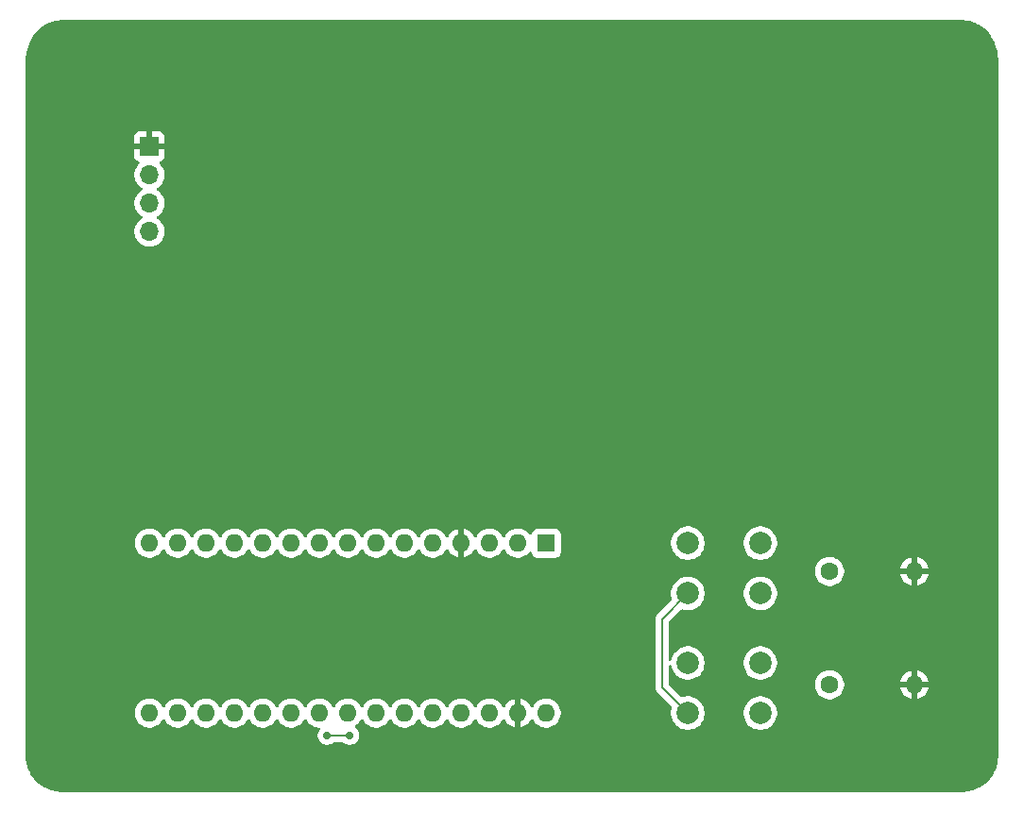
<source format=gbr>
%TF.GenerationSoftware,KiCad,Pcbnew,9.0.0*%
%TF.CreationDate,2025-05-12T01:14:56+07:00*%
%TF.ProjectId,bittheater,62697474-6865-4617-9465-722e6b696361,rev?*%
%TF.SameCoordinates,Original*%
%TF.FileFunction,Copper,L4,Bot*%
%TF.FilePolarity,Positive*%
%FSLAX46Y46*%
G04 Gerber Fmt 4.6, Leading zero omitted, Abs format (unit mm)*
G04 Created by KiCad (PCBNEW 9.0.0) date 2025-05-12 01:14:56*
%MOMM*%
%LPD*%
G01*
G04 APERTURE LIST*
%TA.AperFunction,ComponentPad*%
%ADD10C,2.000000*%
%TD*%
%TA.AperFunction,ComponentPad*%
%ADD11R,1.600000X1.600000*%
%TD*%
%TA.AperFunction,ComponentPad*%
%ADD12O,1.600000X1.600000*%
%TD*%
%TA.AperFunction,ComponentPad*%
%ADD13C,1.600000*%
%TD*%
%TA.AperFunction,ComponentPad*%
%ADD14R,1.700000X1.700000*%
%TD*%
%TA.AperFunction,ComponentPad*%
%ADD15O,1.700000X1.700000*%
%TD*%
%TA.AperFunction,ViaPad*%
%ADD16C,0.700000*%
%TD*%
%TA.AperFunction,Conductor*%
%ADD17C,0.200000*%
%TD*%
G04 APERTURE END LIST*
D10*
%TO.P,SELECT,1,1*%
%TO.N,Net-(A1-D4)*%
X147320000Y-111760000D03*
X153820000Y-111760000D03*
%TO.P,SELECT,2,2*%
%TO.N,+5V*%
X147320000Y-116260000D03*
X153820000Y-116260000D03*
%TD*%
D11*
%TO.P,NANO,1,D1/TX*%
%TO.N,unconnected-(A1-D1{slash}TX-Pad1)*%
X134620000Y-111760000D03*
D12*
%TO.P,NANO,2,D0/RX*%
%TO.N,unconnected-(A1-D0{slash}RX-Pad2)*%
X132080000Y-111760000D03*
%TO.P,NANO,3,~{RESET}*%
%TO.N,unconnected-(A1-~{RESET}-Pad3)*%
X129540000Y-111760000D03*
%TO.P,NANO,4,GND*%
%TO.N,GND*%
X127000000Y-111760000D03*
%TO.P,NANO,5,D2*%
%TO.N,unconnected-(A1-D2-Pad5)*%
X124460000Y-111760000D03*
%TO.P,NANO,6,D3*%
%TO.N,unconnected-(A1-D3-Pad6)*%
X121920000Y-111760000D03*
%TO.P,NANO,7,D4*%
%TO.N,Net-(A1-D4)*%
X119380000Y-111760000D03*
%TO.P,NANO,8,D5*%
%TO.N,Net-(A1-D5)*%
X116840000Y-111760000D03*
%TO.P,NANO,9,D6*%
%TO.N,unconnected-(A1-D6-Pad9)*%
X114300000Y-111760000D03*
%TO.P,NANO,10,D7*%
%TO.N,unconnected-(A1-D7-Pad10)*%
X111760000Y-111760000D03*
%TO.P,NANO,11,D8*%
%TO.N,unconnected-(A1-D8-Pad11)*%
X109220000Y-111760000D03*
%TO.P,NANO,12,D9*%
%TO.N,unconnected-(A1-D9-Pad12)*%
X106680000Y-111760000D03*
%TO.P,NANO,13,D10*%
%TO.N,unconnected-(A1-D10-Pad13)*%
X104140000Y-111760000D03*
%TO.P,NANO,14,D11*%
%TO.N,unconnected-(A1-D11-Pad14)*%
X101600000Y-111760000D03*
%TO.P,NANO,15,D12*%
%TO.N,unconnected-(A1-D12-Pad15)*%
X99060000Y-111760000D03*
%TO.P,NANO,16,D13*%
%TO.N,unconnected-(A1-D13-Pad16)*%
X99060000Y-127000000D03*
%TO.P,NANO,17,3V3*%
%TO.N,unconnected-(A1-3V3-Pad17)*%
X101600000Y-127000000D03*
%TO.P,NANO,18,AREF*%
%TO.N,unconnected-(A1-AREF-Pad18)*%
X104140000Y-127000000D03*
%TO.P,NANO,19,A0*%
%TO.N,unconnected-(A1-A0-Pad19)*%
X106680000Y-127000000D03*
%TO.P,NANO,20,A1*%
%TO.N,unconnected-(A1-A1-Pad20)*%
X109220000Y-127000000D03*
%TO.P,NANO,21,A2*%
%TO.N,unconnected-(A1-A2-Pad21)*%
X111760000Y-127000000D03*
%TO.P,NANO,22,A3*%
%TO.N,unconnected-(A1-A3-Pad22)*%
X114300000Y-127000000D03*
%TO.P,NANO,23,A4*%
%TO.N,Net-(A1-A4)*%
X116840000Y-127000000D03*
%TO.P,NANO,24,A5*%
%TO.N,Net-(A1-A5)*%
X119380000Y-127000000D03*
%TO.P,NANO,25,A6*%
%TO.N,unconnected-(A1-A6-Pad25)*%
X121920000Y-127000000D03*
%TO.P,NANO,26,A7*%
%TO.N,unconnected-(A1-A7-Pad26)*%
X124460000Y-127000000D03*
%TO.P,NANO,27,+5V*%
%TO.N,+5V*%
X127000000Y-127000000D03*
%TO.P,NANO,28,~{RESET}*%
%TO.N,unconnected-(A1-~{RESET}-Pad28)*%
X129540000Y-127000000D03*
%TO.P,NANO,29,GND*%
%TO.N,GND*%
X132080000Y-127000000D03*
%TO.P,NANO,30,VIN*%
%TO.N,unconnected-(A1-VIN-Pad30)*%
X134620000Y-127000000D03*
%TD*%
D13*
%TO.P,10K,1*%
%TO.N,Net-(A1-D5)*%
X160020000Y-124460000D03*
D12*
%TO.P,10K,2*%
%TO.N,GND*%
X167640000Y-124460000D03*
%TD*%
D13*
%TO.P,10K,1*%
%TO.N,Net-(A1-D4)*%
X160020000Y-114300000D03*
D12*
%TO.P,10K,2*%
%TO.N,GND*%
X167640000Y-114300000D03*
%TD*%
D14*
%TO.P,I2C Pins,1,GND*%
%TO.N,GND*%
X99060000Y-76200000D03*
D15*
%TO.P,I2C Pins,2,VCC*%
%TO.N,+5V*%
X99060000Y-78740000D03*
%TO.P,I2C Pins,3,SDA*%
%TO.N,Net-(A1-A4)*%
X99060000Y-81280000D03*
%TO.P,I2C Pins,4,SCL*%
%TO.N,Net-(A1-A5)*%
X99060000Y-83820000D03*
%TD*%
D10*
%TO.P,START,1,1*%
%TO.N,Net-(A1-D5)*%
X147320000Y-122500000D03*
X153820000Y-122500000D03*
%TO.P,START,2,2*%
%TO.N,+5V*%
X147320000Y-127000000D03*
X153820000Y-127000000D03*
%TD*%
D16*
%TO.N,Net-(A1-A5)*%
X115000000Y-129000000D03*
X117000000Y-129000000D03*
%TD*%
D17*
%TO.N,Net-(A1-A5)*%
X117000000Y-129000000D02*
X115000000Y-129000000D01*
%TO.N,+5V*%
X145000000Y-124680000D02*
X145000000Y-118580000D01*
X147320000Y-127000000D02*
X145000000Y-124680000D01*
X145000000Y-118580000D02*
X147320000Y-116260000D01*
%TD*%
%TA.AperFunction,Conductor*%
%TO.N,GND*%
G36*
X171596096Y-64850526D02*
G01*
X171601729Y-64850642D01*
X171815009Y-64855051D01*
X171820240Y-64855271D01*
X172022269Y-64868089D01*
X172027691Y-64868554D01*
X172219833Y-64889314D01*
X172225431Y-64890048D01*
X172407671Y-64918228D01*
X172413435Y-64919261D01*
X172587160Y-64954600D01*
X172593033Y-64955944D01*
X172749790Y-64995850D01*
X172758699Y-64998476D01*
X172954626Y-65064327D01*
X173072015Y-65103781D01*
X173083979Y-65108506D01*
X173148068Y-65137745D01*
X173361902Y-65235302D01*
X173373599Y-65241412D01*
X173627298Y-65391604D01*
X173638394Y-65399006D01*
X173871164Y-65573089D01*
X173881349Y-65581592D01*
X174023494Y-65713805D01*
X174095713Y-65780977D01*
X174104761Y-65790325D01*
X174302193Y-66016970D01*
X174309967Y-66026866D01*
X174490845Y-66282878D01*
X174497305Y-66293035D01*
X174521147Y-66334873D01*
X174660846Y-66580018D01*
X174666036Y-66590188D01*
X174810438Y-66908527D01*
X174814459Y-66918524D01*
X174936988Y-67266091D01*
X174939970Y-67275802D01*
X175037112Y-67645462D01*
X175039196Y-67654861D01*
X175106992Y-68028859D01*
X175108298Y-68037990D01*
X175143444Y-68371746D01*
X175144017Y-68379544D01*
X175149391Y-68507872D01*
X175149500Y-68513060D01*
X175149500Y-130563643D01*
X175149474Y-130566176D01*
X175144940Y-130788120D01*
X175144723Y-130793345D01*
X175131878Y-130998238D01*
X175131420Y-131003649D01*
X175131420Y-131003650D01*
X175110608Y-131198499D01*
X175109885Y-131204070D01*
X175081655Y-131388709D01*
X175080643Y-131394425D01*
X175045245Y-131570371D01*
X175043926Y-131576197D01*
X175002036Y-131742528D01*
X175000390Y-131748441D01*
X174951822Y-131907577D01*
X174949839Y-131913531D01*
X174898353Y-132055978D01*
X174894739Y-132064883D01*
X174764850Y-132352370D01*
X174758801Y-132364060D01*
X174609212Y-132619044D01*
X174601857Y-132630166D01*
X174428903Y-132863367D01*
X174420417Y-132873611D01*
X174222860Y-133087613D01*
X174213497Y-133096739D01*
X173989496Y-133293141D01*
X173979548Y-133301001D01*
X173727136Y-133480268D01*
X173716891Y-133486813D01*
X173434543Y-133648277D01*
X173424257Y-133653539D01*
X173111758Y-133795444D01*
X173101621Y-133799519D01*
X172761373Y-133919158D01*
X172751502Y-133922173D01*
X172391026Y-134016088D01*
X172381451Y-134018183D01*
X172019828Y-134082420D01*
X172010509Y-134083713D01*
X171695702Y-134115270D01*
X171688037Y-134115799D01*
X171601869Y-134119069D01*
X171592860Y-134119411D01*
X171588162Y-134119500D01*
X91511838Y-134119500D01*
X91507139Y-134119411D01*
X91497752Y-134119054D01*
X91411962Y-134115799D01*
X91404297Y-134115270D01*
X91089490Y-134083713D01*
X91080170Y-134082420D01*
X90718542Y-134018181D01*
X90708968Y-134016087D01*
X90348496Y-133922174D01*
X90338626Y-133919158D01*
X89998365Y-133799515D01*
X89988227Y-133795440D01*
X89675738Y-133653539D01*
X89665452Y-133648277D01*
X89383114Y-133486819D01*
X89372874Y-133480277D01*
X89120450Y-133301001D01*
X89110502Y-133293141D01*
X88886497Y-133096736D01*
X88877134Y-133087609D01*
X88681420Y-132875602D01*
X88679568Y-132873595D01*
X88671107Y-132863383D01*
X88498140Y-132630165D01*
X88490792Y-132619055D01*
X88341194Y-132364053D01*
X88335146Y-132352363D01*
X88205259Y-132064883D01*
X88201645Y-132055978D01*
X88150159Y-131913531D01*
X88148176Y-131907577D01*
X88099608Y-131748441D01*
X88097969Y-131742555D01*
X88056075Y-131576212D01*
X88054756Y-131570386D01*
X88040808Y-131501059D01*
X88019348Y-131394394D01*
X88018345Y-131388726D01*
X87990107Y-131204029D01*
X87989394Y-131198536D01*
X87968577Y-131003639D01*
X87968120Y-130998238D01*
X87955274Y-130793321D01*
X87955059Y-130788144D01*
X87950526Y-130566176D01*
X87950500Y-130563644D01*
X87950500Y-126897648D01*
X97759500Y-126897648D01*
X97759500Y-127102351D01*
X97791522Y-127304534D01*
X97854781Y-127499223D01*
X97947715Y-127681613D01*
X98068028Y-127847213D01*
X98212786Y-127991971D01*
X98367749Y-128104556D01*
X98378390Y-128112287D01*
X98494607Y-128171503D01*
X98560776Y-128205218D01*
X98560778Y-128205218D01*
X98560781Y-128205220D01*
X98584695Y-128212990D01*
X98755465Y-128268477D01*
X98849318Y-128283342D01*
X98957648Y-128300500D01*
X98957649Y-128300500D01*
X99162351Y-128300500D01*
X99162352Y-128300500D01*
X99364534Y-128268477D01*
X99559219Y-128205220D01*
X99741610Y-128112287D01*
X99834590Y-128044732D01*
X99907213Y-127991971D01*
X99907215Y-127991968D01*
X99907219Y-127991966D01*
X100051966Y-127847219D01*
X100051968Y-127847215D01*
X100051971Y-127847213D01*
X100172284Y-127681614D01*
X100172286Y-127681611D01*
X100172287Y-127681610D01*
X100219516Y-127588917D01*
X100267489Y-127538123D01*
X100335310Y-127521328D01*
X100401445Y-127543865D01*
X100440485Y-127588919D01*
X100487715Y-127681614D01*
X100608028Y-127847213D01*
X100752786Y-127991971D01*
X100907749Y-128104556D01*
X100918390Y-128112287D01*
X101034607Y-128171503D01*
X101100776Y-128205218D01*
X101100778Y-128205218D01*
X101100781Y-128205220D01*
X101124695Y-128212990D01*
X101295465Y-128268477D01*
X101389318Y-128283342D01*
X101497648Y-128300500D01*
X101497649Y-128300500D01*
X101702351Y-128300500D01*
X101702352Y-128300500D01*
X101904534Y-128268477D01*
X102099219Y-128205220D01*
X102281610Y-128112287D01*
X102374590Y-128044732D01*
X102447213Y-127991971D01*
X102447215Y-127991968D01*
X102447219Y-127991966D01*
X102591966Y-127847219D01*
X102591968Y-127847215D01*
X102591971Y-127847213D01*
X102712284Y-127681614D01*
X102712286Y-127681611D01*
X102712287Y-127681610D01*
X102759516Y-127588917D01*
X102807489Y-127538123D01*
X102875310Y-127521328D01*
X102941445Y-127543865D01*
X102980485Y-127588919D01*
X103027715Y-127681614D01*
X103148028Y-127847213D01*
X103292786Y-127991971D01*
X103447749Y-128104556D01*
X103458390Y-128112287D01*
X103574607Y-128171503D01*
X103640776Y-128205218D01*
X103640778Y-128205218D01*
X103640781Y-128205220D01*
X103664695Y-128212990D01*
X103835465Y-128268477D01*
X103929318Y-128283342D01*
X104037648Y-128300500D01*
X104037649Y-128300500D01*
X104242351Y-128300500D01*
X104242352Y-128300500D01*
X104444534Y-128268477D01*
X104639219Y-128205220D01*
X104821610Y-128112287D01*
X104914590Y-128044732D01*
X104987213Y-127991971D01*
X104987215Y-127991968D01*
X104987219Y-127991966D01*
X105131966Y-127847219D01*
X105131968Y-127847215D01*
X105131971Y-127847213D01*
X105252284Y-127681614D01*
X105252286Y-127681611D01*
X105252287Y-127681610D01*
X105299516Y-127588917D01*
X105347489Y-127538123D01*
X105415310Y-127521328D01*
X105481445Y-127543865D01*
X105520485Y-127588919D01*
X105567715Y-127681614D01*
X105688028Y-127847213D01*
X105832786Y-127991971D01*
X105987749Y-128104556D01*
X105998390Y-128112287D01*
X106114607Y-128171503D01*
X106180776Y-128205218D01*
X106180778Y-128205218D01*
X106180781Y-128205220D01*
X106204695Y-128212990D01*
X106375465Y-128268477D01*
X106469318Y-128283342D01*
X106577648Y-128300500D01*
X106577649Y-128300500D01*
X106782351Y-128300500D01*
X106782352Y-128300500D01*
X106984534Y-128268477D01*
X107179219Y-128205220D01*
X107361610Y-128112287D01*
X107454590Y-128044732D01*
X107527213Y-127991971D01*
X107527215Y-127991968D01*
X107527219Y-127991966D01*
X107671966Y-127847219D01*
X107671968Y-127847215D01*
X107671971Y-127847213D01*
X107792284Y-127681614D01*
X107792286Y-127681611D01*
X107792287Y-127681610D01*
X107839516Y-127588917D01*
X107887489Y-127538123D01*
X107955310Y-127521328D01*
X108021445Y-127543865D01*
X108060485Y-127588919D01*
X108107715Y-127681614D01*
X108228028Y-127847213D01*
X108372786Y-127991971D01*
X108527749Y-128104556D01*
X108538390Y-128112287D01*
X108654607Y-128171503D01*
X108720776Y-128205218D01*
X108720778Y-128205218D01*
X108720781Y-128205220D01*
X108744695Y-128212990D01*
X108915465Y-128268477D01*
X109009318Y-128283342D01*
X109117648Y-128300500D01*
X109117649Y-128300500D01*
X109322351Y-128300500D01*
X109322352Y-128300500D01*
X109524534Y-128268477D01*
X109719219Y-128205220D01*
X109901610Y-128112287D01*
X109994590Y-128044732D01*
X110067213Y-127991971D01*
X110067215Y-127991968D01*
X110067219Y-127991966D01*
X110211966Y-127847219D01*
X110211968Y-127847215D01*
X110211971Y-127847213D01*
X110332284Y-127681614D01*
X110332286Y-127681611D01*
X110332287Y-127681610D01*
X110379516Y-127588917D01*
X110427489Y-127538123D01*
X110495310Y-127521328D01*
X110561445Y-127543865D01*
X110600485Y-127588919D01*
X110647715Y-127681614D01*
X110768028Y-127847213D01*
X110912786Y-127991971D01*
X111067749Y-128104556D01*
X111078390Y-128112287D01*
X111194607Y-128171503D01*
X111260776Y-128205218D01*
X111260778Y-128205218D01*
X111260781Y-128205220D01*
X111284695Y-128212990D01*
X111455465Y-128268477D01*
X111549318Y-128283342D01*
X111657648Y-128300500D01*
X111657649Y-128300500D01*
X111862351Y-128300500D01*
X111862352Y-128300500D01*
X112064534Y-128268477D01*
X112259219Y-128205220D01*
X112441610Y-128112287D01*
X112534590Y-128044732D01*
X112607213Y-127991971D01*
X112607215Y-127991968D01*
X112607219Y-127991966D01*
X112751966Y-127847219D01*
X112751968Y-127847215D01*
X112751971Y-127847213D01*
X112872284Y-127681614D01*
X112872286Y-127681611D01*
X112872287Y-127681610D01*
X112919516Y-127588917D01*
X112967489Y-127538123D01*
X113035310Y-127521328D01*
X113101445Y-127543865D01*
X113140485Y-127588919D01*
X113187715Y-127681614D01*
X113308028Y-127847213D01*
X113452786Y-127991971D01*
X113607749Y-128104556D01*
X113618390Y-128112287D01*
X113734607Y-128171503D01*
X113800776Y-128205218D01*
X113800778Y-128205218D01*
X113800781Y-128205220D01*
X113824695Y-128212990D01*
X113995465Y-128268477D01*
X114089318Y-128283342D01*
X114197648Y-128300500D01*
X114197649Y-128300500D01*
X114212516Y-128300500D01*
X114279555Y-128320185D01*
X114325310Y-128372989D01*
X114335254Y-128442147D01*
X114315618Y-128493391D01*
X114246295Y-128597139D01*
X114182184Y-128751917D01*
X114182182Y-128751925D01*
X114149500Y-128916228D01*
X114149500Y-129083771D01*
X114182182Y-129248074D01*
X114182184Y-129248082D01*
X114246295Y-129402860D01*
X114339373Y-129542162D01*
X114457837Y-129660626D01*
X114550494Y-129722537D01*
X114597137Y-129753703D01*
X114751918Y-129817816D01*
X114916228Y-129850499D01*
X114916232Y-129850500D01*
X114916233Y-129850500D01*
X115083768Y-129850500D01*
X115083769Y-129850499D01*
X115248082Y-129817816D01*
X115402863Y-129753703D01*
X115542162Y-129660626D01*
X115542165Y-129660623D01*
X115565970Y-129636819D01*
X115627293Y-129603334D01*
X115653651Y-129600500D01*
X116346349Y-129600500D01*
X116413388Y-129620185D01*
X116434030Y-129636819D01*
X116457837Y-129660626D01*
X116550494Y-129722537D01*
X116597137Y-129753703D01*
X116751918Y-129817816D01*
X116916228Y-129850499D01*
X116916232Y-129850500D01*
X116916233Y-129850500D01*
X117083768Y-129850500D01*
X117083769Y-129850499D01*
X117248082Y-129817816D01*
X117402863Y-129753703D01*
X117542162Y-129660626D01*
X117660626Y-129542162D01*
X117753703Y-129402863D01*
X117817816Y-129248082D01*
X117850500Y-129083767D01*
X117850500Y-128916233D01*
X117817816Y-128751918D01*
X117753703Y-128597137D01*
X117664445Y-128463553D01*
X117660626Y-128457837D01*
X117542164Y-128339375D01*
X117531058Y-128331954D01*
X117516115Y-128321969D01*
X117471311Y-128268359D01*
X117462603Y-128199034D01*
X117492757Y-128136006D01*
X117517720Y-128115221D01*
X117517669Y-128115151D01*
X117518740Y-128114372D01*
X117520228Y-128113134D01*
X117521613Y-128112285D01*
X117687213Y-127991971D01*
X117687215Y-127991968D01*
X117687219Y-127991966D01*
X117831966Y-127847219D01*
X117831968Y-127847215D01*
X117831971Y-127847213D01*
X117952284Y-127681614D01*
X117952286Y-127681611D01*
X117952287Y-127681610D01*
X117999516Y-127588917D01*
X118047489Y-127538123D01*
X118115310Y-127521328D01*
X118181445Y-127543865D01*
X118220485Y-127588919D01*
X118267715Y-127681614D01*
X118388028Y-127847213D01*
X118532786Y-127991971D01*
X118687749Y-128104556D01*
X118698390Y-128112287D01*
X118814607Y-128171503D01*
X118880776Y-128205218D01*
X118880778Y-128205218D01*
X118880781Y-128205220D01*
X118904695Y-128212990D01*
X119075465Y-128268477D01*
X119169318Y-128283342D01*
X119277648Y-128300500D01*
X119277649Y-128300500D01*
X119482351Y-128300500D01*
X119482352Y-128300500D01*
X119684534Y-128268477D01*
X119879219Y-128205220D01*
X120061610Y-128112287D01*
X120154590Y-128044732D01*
X120227213Y-127991971D01*
X120227215Y-127991968D01*
X120227219Y-127991966D01*
X120371966Y-127847219D01*
X120371968Y-127847215D01*
X120371971Y-127847213D01*
X120492284Y-127681614D01*
X120492286Y-127681611D01*
X120492287Y-127681610D01*
X120539516Y-127588917D01*
X120587489Y-127538123D01*
X120655310Y-127521328D01*
X120721445Y-127543865D01*
X120760485Y-127588919D01*
X120807715Y-127681614D01*
X120928028Y-127847213D01*
X121072786Y-127991971D01*
X121227749Y-128104556D01*
X121238390Y-128112287D01*
X121354607Y-128171503D01*
X121420776Y-128205218D01*
X121420778Y-128205218D01*
X121420781Y-128205220D01*
X121444695Y-128212990D01*
X121615465Y-128268477D01*
X121709318Y-128283342D01*
X121817648Y-128300500D01*
X121817649Y-128300500D01*
X122022351Y-128300500D01*
X122022352Y-128300500D01*
X122224534Y-128268477D01*
X122419219Y-128205220D01*
X122601610Y-128112287D01*
X122694590Y-128044732D01*
X122767213Y-127991971D01*
X122767215Y-127991968D01*
X122767219Y-127991966D01*
X122911966Y-127847219D01*
X122911968Y-127847215D01*
X122911971Y-127847213D01*
X123032284Y-127681614D01*
X123032286Y-127681611D01*
X123032287Y-127681610D01*
X123079516Y-127588917D01*
X123127489Y-127538123D01*
X123195310Y-127521328D01*
X123261445Y-127543865D01*
X123300485Y-127588919D01*
X123347715Y-127681614D01*
X123468028Y-127847213D01*
X123612786Y-127991971D01*
X123767749Y-128104556D01*
X123778390Y-128112287D01*
X123894607Y-128171503D01*
X123960776Y-128205218D01*
X123960778Y-128205218D01*
X123960781Y-128205220D01*
X123984695Y-128212990D01*
X124155465Y-128268477D01*
X124249318Y-128283342D01*
X124357648Y-128300500D01*
X124357649Y-128300500D01*
X124562351Y-128300500D01*
X124562352Y-128300500D01*
X124764534Y-128268477D01*
X124959219Y-128205220D01*
X125141610Y-128112287D01*
X125234590Y-128044732D01*
X125307213Y-127991971D01*
X125307215Y-127991968D01*
X125307219Y-127991966D01*
X125451966Y-127847219D01*
X125451968Y-127847215D01*
X125451971Y-127847213D01*
X125572284Y-127681614D01*
X125572286Y-127681611D01*
X125572287Y-127681610D01*
X125619516Y-127588917D01*
X125667489Y-127538123D01*
X125735310Y-127521328D01*
X125801445Y-127543865D01*
X125840485Y-127588919D01*
X125887715Y-127681614D01*
X126008028Y-127847213D01*
X126152786Y-127991971D01*
X126307749Y-128104556D01*
X126318390Y-128112287D01*
X126434607Y-128171503D01*
X126500776Y-128205218D01*
X126500778Y-128205218D01*
X126500781Y-128205220D01*
X126524695Y-128212990D01*
X126695465Y-128268477D01*
X126789318Y-128283342D01*
X126897648Y-128300500D01*
X126897649Y-128300500D01*
X127102351Y-128300500D01*
X127102352Y-128300500D01*
X127304534Y-128268477D01*
X127499219Y-128205220D01*
X127681610Y-128112287D01*
X127774590Y-128044732D01*
X127847213Y-127991971D01*
X127847215Y-127991968D01*
X127847219Y-127991966D01*
X127991966Y-127847219D01*
X127991968Y-127847215D01*
X127991971Y-127847213D01*
X128112284Y-127681614D01*
X128112286Y-127681611D01*
X128112287Y-127681610D01*
X128159516Y-127588917D01*
X128207489Y-127538123D01*
X128275310Y-127521328D01*
X128341445Y-127543865D01*
X128380485Y-127588919D01*
X128427715Y-127681614D01*
X128548028Y-127847213D01*
X128692786Y-127991971D01*
X128847749Y-128104556D01*
X128858390Y-128112287D01*
X128974607Y-128171503D01*
X129040776Y-128205218D01*
X129040778Y-128205218D01*
X129040781Y-128205220D01*
X129064695Y-128212990D01*
X129235465Y-128268477D01*
X129329318Y-128283342D01*
X129437648Y-128300500D01*
X129437649Y-128300500D01*
X129642351Y-128300500D01*
X129642352Y-128300500D01*
X129844534Y-128268477D01*
X130039219Y-128205220D01*
X130221610Y-128112287D01*
X130314590Y-128044732D01*
X130387213Y-127991971D01*
X130387215Y-127991968D01*
X130387219Y-127991966D01*
X130531966Y-127847219D01*
X130531968Y-127847215D01*
X130531971Y-127847213D01*
X130652284Y-127681614D01*
X130652286Y-127681611D01*
X130652287Y-127681610D01*
X130699795Y-127588369D01*
X130747770Y-127537574D01*
X130815591Y-127520779D01*
X130881725Y-127543316D01*
X130920765Y-127588370D01*
X130968140Y-127681349D01*
X131088417Y-127846894D01*
X131088417Y-127846895D01*
X131233104Y-127991582D01*
X131398650Y-128111859D01*
X131580968Y-128204754D01*
X131775578Y-128267988D01*
X131830000Y-128276607D01*
X131830000Y-127433012D01*
X131887007Y-127465925D01*
X132014174Y-127500000D01*
X132145826Y-127500000D01*
X132272993Y-127465925D01*
X132330000Y-127433012D01*
X132330000Y-128276606D01*
X132384421Y-128267988D01*
X132579031Y-128204754D01*
X132761349Y-128111859D01*
X132926894Y-127991582D01*
X132926895Y-127991582D01*
X133071582Y-127846895D01*
X133071582Y-127846894D01*
X133191861Y-127681347D01*
X133239234Y-127588371D01*
X133287208Y-127537575D01*
X133355028Y-127520779D01*
X133421164Y-127543316D01*
X133460203Y-127588369D01*
X133507713Y-127681611D01*
X133628028Y-127847213D01*
X133772786Y-127991971D01*
X133927749Y-128104556D01*
X133938390Y-128112287D01*
X134054607Y-128171503D01*
X134120776Y-128205218D01*
X134120778Y-128205218D01*
X134120781Y-128205220D01*
X134144695Y-128212990D01*
X134315465Y-128268477D01*
X134409318Y-128283342D01*
X134517648Y-128300500D01*
X134517649Y-128300500D01*
X134722351Y-128300500D01*
X134722352Y-128300500D01*
X134924534Y-128268477D01*
X135119219Y-128205220D01*
X135301610Y-128112287D01*
X135394590Y-128044732D01*
X135467213Y-127991971D01*
X135467215Y-127991968D01*
X135467219Y-127991966D01*
X135611966Y-127847219D01*
X135611968Y-127847215D01*
X135611971Y-127847213D01*
X135664732Y-127774590D01*
X135732287Y-127681610D01*
X135825220Y-127499219D01*
X135888477Y-127304534D01*
X135920500Y-127102352D01*
X135920500Y-126897648D01*
X135888477Y-126695466D01*
X135887673Y-126692993D01*
X135825218Y-126500776D01*
X135732419Y-126318650D01*
X135732287Y-126318390D01*
X135724556Y-126307749D01*
X135611971Y-126152786D01*
X135467213Y-126008028D01*
X135301613Y-125887715D01*
X135301612Y-125887714D01*
X135301610Y-125887713D01*
X135238355Y-125855483D01*
X135119223Y-125794781D01*
X134924534Y-125731522D01*
X134749995Y-125703878D01*
X134722352Y-125699500D01*
X134517648Y-125699500D01*
X134493329Y-125703351D01*
X134315465Y-125731522D01*
X134120776Y-125794781D01*
X133938386Y-125887715D01*
X133772786Y-126008028D01*
X133628028Y-126152786D01*
X133507713Y-126318388D01*
X133460203Y-126411630D01*
X133412228Y-126462426D01*
X133344407Y-126479220D01*
X133278272Y-126456682D01*
X133239234Y-126411628D01*
X133191861Y-126318652D01*
X133071582Y-126153105D01*
X133071582Y-126153104D01*
X132926895Y-126008417D01*
X132761349Y-125888140D01*
X132579029Y-125795244D01*
X132384413Y-125732009D01*
X132330000Y-125723390D01*
X132330000Y-126566988D01*
X132272993Y-126534075D01*
X132145826Y-126500000D01*
X132014174Y-126500000D01*
X131887007Y-126534075D01*
X131830000Y-126566988D01*
X131830000Y-125723390D01*
X131775586Y-125732009D01*
X131580970Y-125795244D01*
X131398650Y-125888140D01*
X131233105Y-126008417D01*
X131233104Y-126008417D01*
X131088417Y-126153104D01*
X131088417Y-126153105D01*
X130968140Y-126318650D01*
X130920765Y-126411629D01*
X130872790Y-126462425D01*
X130804969Y-126479220D01*
X130738834Y-126456682D01*
X130699795Y-126411629D01*
X130652419Y-126318650D01*
X130652287Y-126318390D01*
X130644556Y-126307749D01*
X130531971Y-126152786D01*
X130387213Y-126008028D01*
X130221613Y-125887715D01*
X130221612Y-125887714D01*
X130221610Y-125887713D01*
X130158355Y-125855483D01*
X130039223Y-125794781D01*
X129844534Y-125731522D01*
X129669995Y-125703878D01*
X129642352Y-125699500D01*
X129437648Y-125699500D01*
X129413329Y-125703351D01*
X129235465Y-125731522D01*
X129040776Y-125794781D01*
X128858386Y-125887715D01*
X128692786Y-126008028D01*
X128548028Y-126152786D01*
X128427715Y-126318386D01*
X128380485Y-126411080D01*
X128332510Y-126461876D01*
X128264689Y-126478671D01*
X128198554Y-126456134D01*
X128159515Y-126411080D01*
X128112419Y-126318650D01*
X128112287Y-126318390D01*
X128104556Y-126307749D01*
X127991971Y-126152786D01*
X127847213Y-126008028D01*
X127681613Y-125887715D01*
X127681612Y-125887714D01*
X127681610Y-125887713D01*
X127618355Y-125855483D01*
X127499223Y-125794781D01*
X127304534Y-125731522D01*
X127129995Y-125703878D01*
X127102352Y-125699500D01*
X126897648Y-125699500D01*
X126873329Y-125703351D01*
X126695465Y-125731522D01*
X126500776Y-125794781D01*
X126318386Y-125887715D01*
X126152786Y-126008028D01*
X126008028Y-126152786D01*
X125887715Y-126318386D01*
X125840485Y-126411080D01*
X125792510Y-126461876D01*
X125724689Y-126478671D01*
X125658554Y-126456134D01*
X125619515Y-126411080D01*
X125572419Y-126318650D01*
X125572287Y-126318390D01*
X125564556Y-126307749D01*
X125451971Y-126152786D01*
X125307213Y-126008028D01*
X125141613Y-125887715D01*
X125141612Y-125887714D01*
X125141610Y-125887713D01*
X125078355Y-125855483D01*
X124959223Y-125794781D01*
X124764534Y-125731522D01*
X124589995Y-125703878D01*
X124562352Y-125699500D01*
X124357648Y-125699500D01*
X124333329Y-125703351D01*
X124155465Y-125731522D01*
X123960776Y-125794781D01*
X123778386Y-125887715D01*
X123612786Y-126008028D01*
X123468028Y-126152786D01*
X123347715Y-126318386D01*
X123300485Y-126411080D01*
X123252510Y-126461876D01*
X123184689Y-126478671D01*
X123118554Y-126456134D01*
X123079515Y-126411080D01*
X123032419Y-126318650D01*
X123032287Y-126318390D01*
X123024556Y-126307749D01*
X122911971Y-126152786D01*
X122767213Y-126008028D01*
X122601613Y-125887715D01*
X122601612Y-125887714D01*
X122601610Y-125887713D01*
X122538355Y-125855483D01*
X122419223Y-125794781D01*
X122224534Y-125731522D01*
X122049995Y-125703878D01*
X122022352Y-125699500D01*
X121817648Y-125699500D01*
X121793329Y-125703351D01*
X121615465Y-125731522D01*
X121420776Y-125794781D01*
X121238386Y-125887715D01*
X121072786Y-126008028D01*
X120928028Y-126152786D01*
X120807715Y-126318386D01*
X120760485Y-126411080D01*
X120712510Y-126461876D01*
X120644689Y-126478671D01*
X120578554Y-126456134D01*
X120539515Y-126411080D01*
X120492419Y-126318650D01*
X120492287Y-126318390D01*
X120484556Y-126307749D01*
X120371971Y-126152786D01*
X120227213Y-126008028D01*
X120061613Y-125887715D01*
X120061612Y-125887714D01*
X120061610Y-125887713D01*
X119998355Y-125855483D01*
X119879223Y-125794781D01*
X119684534Y-125731522D01*
X119509995Y-125703878D01*
X119482352Y-125699500D01*
X119277648Y-125699500D01*
X119253329Y-125703351D01*
X119075465Y-125731522D01*
X118880776Y-125794781D01*
X118698386Y-125887715D01*
X118532786Y-126008028D01*
X118388028Y-126152786D01*
X118267715Y-126318386D01*
X118220485Y-126411080D01*
X118172510Y-126461876D01*
X118104689Y-126478671D01*
X118038554Y-126456134D01*
X117999515Y-126411080D01*
X117952419Y-126318650D01*
X117952287Y-126318390D01*
X117944556Y-126307749D01*
X117831971Y-126152786D01*
X117687213Y-126008028D01*
X117521613Y-125887715D01*
X117521612Y-125887714D01*
X117521610Y-125887713D01*
X117458355Y-125855483D01*
X117339223Y-125794781D01*
X117144534Y-125731522D01*
X116969995Y-125703878D01*
X116942352Y-125699500D01*
X116737648Y-125699500D01*
X116713329Y-125703351D01*
X116535465Y-125731522D01*
X116340776Y-125794781D01*
X116158386Y-125887715D01*
X115992786Y-126008028D01*
X115848028Y-126152786D01*
X115727715Y-126318386D01*
X115680485Y-126411080D01*
X115632510Y-126461876D01*
X115564689Y-126478671D01*
X115498554Y-126456134D01*
X115459515Y-126411080D01*
X115412419Y-126318650D01*
X115412287Y-126318390D01*
X115404556Y-126307749D01*
X115291971Y-126152786D01*
X115147213Y-126008028D01*
X114981613Y-125887715D01*
X114981612Y-125887714D01*
X114981610Y-125887713D01*
X114918355Y-125855483D01*
X114799223Y-125794781D01*
X114604534Y-125731522D01*
X114429995Y-125703878D01*
X114402352Y-125699500D01*
X114197648Y-125699500D01*
X114173329Y-125703351D01*
X113995465Y-125731522D01*
X113800776Y-125794781D01*
X113618386Y-125887715D01*
X113452786Y-126008028D01*
X113308028Y-126152786D01*
X113187715Y-126318386D01*
X113140485Y-126411080D01*
X113092510Y-126461876D01*
X113024689Y-126478671D01*
X112958554Y-126456134D01*
X112919515Y-126411080D01*
X112872419Y-126318650D01*
X112872287Y-126318390D01*
X112864556Y-126307749D01*
X112751971Y-126152786D01*
X112607213Y-126008028D01*
X112441613Y-125887715D01*
X112441612Y-125887714D01*
X112441610Y-125887713D01*
X112378355Y-125855483D01*
X112259223Y-125794781D01*
X112064534Y-125731522D01*
X111889995Y-125703878D01*
X111862352Y-125699500D01*
X111657648Y-125699500D01*
X111633329Y-125703351D01*
X111455465Y-125731522D01*
X111260776Y-125794781D01*
X111078386Y-125887715D01*
X110912786Y-126008028D01*
X110768028Y-126152786D01*
X110647715Y-126318386D01*
X110600485Y-126411080D01*
X110552510Y-126461876D01*
X110484689Y-126478671D01*
X110418554Y-126456134D01*
X110379515Y-126411080D01*
X110332419Y-126318650D01*
X110332287Y-126318390D01*
X110324556Y-126307749D01*
X110211971Y-126152786D01*
X110067213Y-126008028D01*
X109901613Y-125887715D01*
X109901612Y-125887714D01*
X109901610Y-125887713D01*
X109838355Y-125855483D01*
X109719223Y-125794781D01*
X109524534Y-125731522D01*
X109349995Y-125703878D01*
X109322352Y-125699500D01*
X109117648Y-125699500D01*
X109093329Y-125703351D01*
X108915465Y-125731522D01*
X108720776Y-125794781D01*
X108538386Y-125887715D01*
X108372786Y-126008028D01*
X108228028Y-126152786D01*
X108107715Y-126318386D01*
X108060485Y-126411080D01*
X108012510Y-126461876D01*
X107944689Y-126478671D01*
X107878554Y-126456134D01*
X107839515Y-126411080D01*
X107792419Y-126318650D01*
X107792287Y-126318390D01*
X107784556Y-126307749D01*
X107671971Y-126152786D01*
X107527213Y-126008028D01*
X107361613Y-125887715D01*
X107361612Y-125887714D01*
X107361610Y-125887713D01*
X107298355Y-125855483D01*
X107179223Y-125794781D01*
X106984534Y-125731522D01*
X106809995Y-125703878D01*
X106782352Y-125699500D01*
X106577648Y-125699500D01*
X106553329Y-125703351D01*
X106375465Y-125731522D01*
X106180776Y-125794781D01*
X105998386Y-125887715D01*
X105832786Y-126008028D01*
X105688028Y-126152786D01*
X105567715Y-126318386D01*
X105520485Y-126411080D01*
X105472510Y-126461876D01*
X105404689Y-126478671D01*
X105338554Y-126456134D01*
X105299515Y-126411080D01*
X105252419Y-126318650D01*
X105252287Y-126318390D01*
X105244556Y-126307749D01*
X105131971Y-126152786D01*
X104987213Y-126008028D01*
X104821613Y-125887715D01*
X104821612Y-125887714D01*
X104821610Y-125887713D01*
X104758355Y-125855483D01*
X104639223Y-125794781D01*
X104444534Y-125731522D01*
X104269995Y-125703878D01*
X104242352Y-125699500D01*
X104037648Y-125699500D01*
X104013329Y-125703351D01*
X103835465Y-125731522D01*
X103640776Y-125794781D01*
X103458386Y-125887715D01*
X103292786Y-126008028D01*
X103148028Y-126152786D01*
X103027715Y-126318386D01*
X102980485Y-126411080D01*
X102932510Y-126461876D01*
X102864689Y-126478671D01*
X102798554Y-126456134D01*
X102759515Y-126411080D01*
X102712419Y-126318650D01*
X102712287Y-126318390D01*
X102704556Y-126307749D01*
X102591971Y-126152786D01*
X102447213Y-126008028D01*
X102281613Y-125887715D01*
X102281612Y-125887714D01*
X102281610Y-125887713D01*
X102218355Y-125855483D01*
X102099223Y-125794781D01*
X101904534Y-125731522D01*
X101729995Y-125703878D01*
X101702352Y-125699500D01*
X101497648Y-125699500D01*
X101473329Y-125703351D01*
X101295465Y-125731522D01*
X101100776Y-125794781D01*
X100918386Y-125887715D01*
X100752786Y-126008028D01*
X100608028Y-126152786D01*
X100487715Y-126318386D01*
X100440485Y-126411080D01*
X100392510Y-126461876D01*
X100324689Y-126478671D01*
X100258554Y-126456134D01*
X100219515Y-126411080D01*
X100172419Y-126318650D01*
X100172287Y-126318390D01*
X100164556Y-126307749D01*
X100051971Y-126152786D01*
X99907213Y-126008028D01*
X99741613Y-125887715D01*
X99741612Y-125887714D01*
X99741610Y-125887713D01*
X99678355Y-125855483D01*
X99559223Y-125794781D01*
X99364534Y-125731522D01*
X99189995Y-125703878D01*
X99162352Y-125699500D01*
X98957648Y-125699500D01*
X98933329Y-125703351D01*
X98755465Y-125731522D01*
X98560776Y-125794781D01*
X98378386Y-125887715D01*
X98212786Y-126008028D01*
X98068028Y-126152786D01*
X97947715Y-126318386D01*
X97854781Y-126500776D01*
X97791522Y-126695465D01*
X97759500Y-126897648D01*
X87950500Y-126897648D01*
X87950500Y-124759054D01*
X144399498Y-124759054D01*
X144405132Y-124780080D01*
X144440423Y-124911785D01*
X144467809Y-124959219D01*
X144519477Y-125048712D01*
X144519481Y-125048717D01*
X144638349Y-125167585D01*
X144638355Y-125167590D01*
X145867200Y-126396435D01*
X145900685Y-126457758D01*
X145897450Y-126522433D01*
X145856447Y-126648628D01*
X145819500Y-126881902D01*
X145819500Y-127118097D01*
X145856446Y-127351368D01*
X145929433Y-127575996D01*
X145983249Y-127681614D01*
X146036657Y-127786433D01*
X146175483Y-127977510D01*
X146342490Y-128144517D01*
X146533567Y-128283343D01*
X146567240Y-128300500D01*
X146744003Y-128390566D01*
X146744005Y-128390566D01*
X146744008Y-128390568D01*
X146864412Y-128429689D01*
X146968631Y-128463553D01*
X147201903Y-128500500D01*
X147201908Y-128500500D01*
X147438097Y-128500500D01*
X147671368Y-128463553D01*
X147688960Y-128457837D01*
X147895992Y-128390568D01*
X148106433Y-128283343D01*
X148297510Y-128144517D01*
X148464517Y-127977510D01*
X148603343Y-127786433D01*
X148710568Y-127575992D01*
X148783553Y-127351368D01*
X148808637Y-127192993D01*
X148820500Y-127118097D01*
X148820500Y-126881902D01*
X152319500Y-126881902D01*
X152319500Y-127118097D01*
X152356446Y-127351368D01*
X152429433Y-127575996D01*
X152483249Y-127681614D01*
X152536657Y-127786433D01*
X152675483Y-127977510D01*
X152842490Y-128144517D01*
X153033567Y-128283343D01*
X153067240Y-128300500D01*
X153244003Y-128390566D01*
X153244005Y-128390566D01*
X153244008Y-128390568D01*
X153364412Y-128429689D01*
X153468631Y-128463553D01*
X153701903Y-128500500D01*
X153701908Y-128500500D01*
X153938097Y-128500500D01*
X154171368Y-128463553D01*
X154188960Y-128457837D01*
X154395992Y-128390568D01*
X154606433Y-128283343D01*
X154797510Y-128144517D01*
X154964517Y-127977510D01*
X155103343Y-127786433D01*
X155210568Y-127575992D01*
X155283553Y-127351368D01*
X155308637Y-127192993D01*
X155320500Y-127118097D01*
X155320500Y-126881902D01*
X155283553Y-126648631D01*
X155235513Y-126500781D01*
X155210568Y-126424008D01*
X155210566Y-126424005D01*
X155210566Y-126424003D01*
X155103342Y-126213566D01*
X154964517Y-126022490D01*
X154797510Y-125855483D01*
X154606433Y-125716657D01*
X154395996Y-125609433D01*
X154171368Y-125536446D01*
X153938097Y-125499500D01*
X153938092Y-125499500D01*
X153701908Y-125499500D01*
X153701903Y-125499500D01*
X153468631Y-125536446D01*
X153244003Y-125609433D01*
X153033566Y-125716657D01*
X153006108Y-125736607D01*
X152842490Y-125855483D01*
X152842488Y-125855485D01*
X152842487Y-125855485D01*
X152675485Y-126022487D01*
X152675485Y-126022488D01*
X152675483Y-126022490D01*
X152615862Y-126104550D01*
X152536657Y-126213566D01*
X152429433Y-126424003D01*
X152356446Y-126648631D01*
X152319500Y-126881902D01*
X148820500Y-126881902D01*
X148783553Y-126648631D01*
X148735513Y-126500781D01*
X148710568Y-126424008D01*
X148710566Y-126424005D01*
X148710566Y-126424003D01*
X148603342Y-126213566D01*
X148464517Y-126022490D01*
X148297510Y-125855483D01*
X148106433Y-125716657D01*
X147895996Y-125609433D01*
X147671368Y-125536446D01*
X147438097Y-125499500D01*
X147438092Y-125499500D01*
X147201908Y-125499500D01*
X147201903Y-125499500D01*
X146968628Y-125536447D01*
X146842433Y-125577450D01*
X146772592Y-125579445D01*
X146716435Y-125547200D01*
X145636819Y-124467584D01*
X145622115Y-124440656D01*
X145605523Y-124414838D01*
X145604631Y-124408637D01*
X145603334Y-124406261D01*
X145600500Y-124379903D01*
X145600500Y-124357648D01*
X158719500Y-124357648D01*
X158719500Y-124562351D01*
X158751522Y-124764534D01*
X158814781Y-124959223D01*
X158907715Y-125141613D01*
X159028028Y-125307213D01*
X159172786Y-125451971D01*
X159289060Y-125536447D01*
X159338390Y-125572287D01*
X159454607Y-125631503D01*
X159520776Y-125665218D01*
X159520778Y-125665218D01*
X159520781Y-125665220D01*
X159625137Y-125699127D01*
X159715465Y-125728477D01*
X159816557Y-125744488D01*
X159917648Y-125760500D01*
X159917649Y-125760500D01*
X160122351Y-125760500D01*
X160122352Y-125760500D01*
X160324534Y-125728477D01*
X160519219Y-125665220D01*
X160701610Y-125572287D01*
X160801794Y-125499500D01*
X160867213Y-125451971D01*
X160867215Y-125451968D01*
X160867219Y-125451966D01*
X161011966Y-125307219D01*
X161011968Y-125307215D01*
X161011971Y-125307213D01*
X161064732Y-125234590D01*
X161132287Y-125141610D01*
X161225220Y-124959219D01*
X161288477Y-124764534D01*
X161320500Y-124562352D01*
X161320500Y-124357648D01*
X161297114Y-124210000D01*
X166363391Y-124210000D01*
X167324314Y-124210000D01*
X167319920Y-124214394D01*
X167267259Y-124305606D01*
X167240000Y-124407339D01*
X167240000Y-124512661D01*
X167267259Y-124614394D01*
X167319920Y-124705606D01*
X167324314Y-124710000D01*
X166363391Y-124710000D01*
X166372009Y-124764413D01*
X166435244Y-124959029D01*
X166528140Y-125141349D01*
X166648417Y-125306894D01*
X166648417Y-125306895D01*
X166793104Y-125451582D01*
X166958650Y-125571859D01*
X167140968Y-125664754D01*
X167335578Y-125727988D01*
X167390000Y-125736607D01*
X167390000Y-124775686D01*
X167394394Y-124780080D01*
X167485606Y-124832741D01*
X167587339Y-124860000D01*
X167692661Y-124860000D01*
X167794394Y-124832741D01*
X167885606Y-124780080D01*
X167890000Y-124775686D01*
X167890000Y-125736606D01*
X167944421Y-125727988D01*
X168139031Y-125664754D01*
X168321349Y-125571859D01*
X168486894Y-125451582D01*
X168486895Y-125451582D01*
X168631582Y-125306895D01*
X168631582Y-125306894D01*
X168751859Y-125141349D01*
X168844755Y-124959029D01*
X168907990Y-124764413D01*
X168916609Y-124710000D01*
X167955686Y-124710000D01*
X167960080Y-124705606D01*
X168012741Y-124614394D01*
X168040000Y-124512661D01*
X168040000Y-124407339D01*
X168012741Y-124305606D01*
X167960080Y-124214394D01*
X167955686Y-124210000D01*
X168916609Y-124210000D01*
X168907990Y-124155586D01*
X168844755Y-123960970D01*
X168751859Y-123778650D01*
X168631582Y-123613105D01*
X168631582Y-123613104D01*
X168486895Y-123468417D01*
X168321349Y-123348140D01*
X168139029Y-123255244D01*
X167944413Y-123192009D01*
X167890000Y-123183390D01*
X167890000Y-124144314D01*
X167885606Y-124139920D01*
X167794394Y-124087259D01*
X167692661Y-124060000D01*
X167587339Y-124060000D01*
X167485606Y-124087259D01*
X167394394Y-124139920D01*
X167390000Y-124144314D01*
X167390000Y-123183390D01*
X167335586Y-123192009D01*
X167140970Y-123255244D01*
X166958650Y-123348140D01*
X166793105Y-123468417D01*
X166793104Y-123468417D01*
X166648417Y-123613104D01*
X166648417Y-123613105D01*
X166528140Y-123778650D01*
X166435244Y-123960970D01*
X166372009Y-124155586D01*
X166363391Y-124210000D01*
X161297114Y-124210000D01*
X161288477Y-124155466D01*
X161225220Y-123960781D01*
X161225218Y-123960778D01*
X161225218Y-123960776D01*
X161189444Y-123890566D01*
X161132287Y-123778390D01*
X161124556Y-123767749D01*
X161011971Y-123612786D01*
X160867213Y-123468028D01*
X160701613Y-123347715D01*
X160701612Y-123347714D01*
X160701610Y-123347713D01*
X160644653Y-123318691D01*
X160519223Y-123254781D01*
X160324534Y-123191522D01*
X160149995Y-123163878D01*
X160122352Y-123159500D01*
X159917648Y-123159500D01*
X159893329Y-123163351D01*
X159715465Y-123191522D01*
X159520776Y-123254781D01*
X159338386Y-123347715D01*
X159172786Y-123468028D01*
X159028028Y-123612786D01*
X158907715Y-123778386D01*
X158814781Y-123960776D01*
X158751522Y-124155465D01*
X158719500Y-124357648D01*
X145600500Y-124357648D01*
X145600500Y-122810951D01*
X145620185Y-122743912D01*
X145672989Y-122698157D01*
X145742147Y-122688213D01*
X145805703Y-122717238D01*
X145843477Y-122776016D01*
X145846973Y-122791553D01*
X145856446Y-122851368D01*
X145929433Y-123075996D01*
X146020765Y-123255244D01*
X146036657Y-123286433D01*
X146175483Y-123477510D01*
X146342490Y-123644517D01*
X146533567Y-123783343D01*
X146632991Y-123834002D01*
X146744003Y-123890566D01*
X146744005Y-123890566D01*
X146744008Y-123890568D01*
X146864412Y-123929689D01*
X146968631Y-123963553D01*
X147201903Y-124000500D01*
X147201908Y-124000500D01*
X147438097Y-124000500D01*
X147671368Y-123963553D01*
X147679915Y-123960776D01*
X147895992Y-123890568D01*
X148106433Y-123783343D01*
X148297510Y-123644517D01*
X148464517Y-123477510D01*
X148603343Y-123286433D01*
X148710568Y-123075992D01*
X148783553Y-122851368D01*
X148820500Y-122618097D01*
X148820500Y-122381902D01*
X152319500Y-122381902D01*
X152319500Y-122618097D01*
X152356446Y-122851368D01*
X152429433Y-123075996D01*
X152520765Y-123255244D01*
X152536657Y-123286433D01*
X152675483Y-123477510D01*
X152842490Y-123644517D01*
X153033567Y-123783343D01*
X153132991Y-123834002D01*
X153244003Y-123890566D01*
X153244005Y-123890566D01*
X153244008Y-123890568D01*
X153364412Y-123929689D01*
X153468631Y-123963553D01*
X153701903Y-124000500D01*
X153701908Y-124000500D01*
X153938097Y-124000500D01*
X154171368Y-123963553D01*
X154179915Y-123960776D01*
X154395992Y-123890568D01*
X154606433Y-123783343D01*
X154797510Y-123644517D01*
X154964517Y-123477510D01*
X155103343Y-123286433D01*
X155210568Y-123075992D01*
X155283553Y-122851368D01*
X155320500Y-122618097D01*
X155320500Y-122381902D01*
X155283553Y-122148631D01*
X155210566Y-121924003D01*
X155103342Y-121713566D01*
X154964517Y-121522490D01*
X154797510Y-121355483D01*
X154606433Y-121216657D01*
X154395996Y-121109433D01*
X154171368Y-121036446D01*
X153938097Y-120999500D01*
X153938092Y-120999500D01*
X153701908Y-120999500D01*
X153701903Y-120999500D01*
X153468631Y-121036446D01*
X153244003Y-121109433D01*
X153033566Y-121216657D01*
X152924550Y-121295862D01*
X152842490Y-121355483D01*
X152842488Y-121355485D01*
X152842487Y-121355485D01*
X152675485Y-121522487D01*
X152675485Y-121522488D01*
X152675483Y-121522490D01*
X152615862Y-121604550D01*
X152536657Y-121713566D01*
X152429433Y-121924003D01*
X152356446Y-122148631D01*
X152319500Y-122381902D01*
X148820500Y-122381902D01*
X148783553Y-122148631D01*
X148710566Y-121924003D01*
X148603342Y-121713566D01*
X148464517Y-121522490D01*
X148297510Y-121355483D01*
X148106433Y-121216657D01*
X147895996Y-121109433D01*
X147671368Y-121036446D01*
X147438097Y-120999500D01*
X147438092Y-120999500D01*
X147201908Y-120999500D01*
X147201903Y-120999500D01*
X146968631Y-121036446D01*
X146744003Y-121109433D01*
X146533566Y-121216657D01*
X146424550Y-121295862D01*
X146342490Y-121355483D01*
X146342488Y-121355485D01*
X146342487Y-121355485D01*
X146175485Y-121522487D01*
X146175485Y-121522488D01*
X146175483Y-121522490D01*
X146115862Y-121604550D01*
X146036657Y-121713566D01*
X145929433Y-121924003D01*
X145856446Y-122148631D01*
X145846973Y-122208446D01*
X145817044Y-122271581D01*
X145757732Y-122308512D01*
X145687869Y-122307514D01*
X145629637Y-122268904D01*
X145601523Y-122204940D01*
X145600500Y-122189048D01*
X145600500Y-118880096D01*
X145620185Y-118813057D01*
X145636814Y-118792419D01*
X146716437Y-117712796D01*
X146777758Y-117679313D01*
X146842433Y-117682547D01*
X146968632Y-117723553D01*
X147056110Y-117737408D01*
X147201903Y-117760500D01*
X147201908Y-117760500D01*
X147438097Y-117760500D01*
X147671368Y-117723553D01*
X147704468Y-117712798D01*
X147895992Y-117650568D01*
X148106433Y-117543343D01*
X148297510Y-117404517D01*
X148464517Y-117237510D01*
X148603343Y-117046433D01*
X148710568Y-116835992D01*
X148783553Y-116611368D01*
X148820500Y-116378097D01*
X148820500Y-116141902D01*
X152319500Y-116141902D01*
X152319500Y-116378097D01*
X152356446Y-116611368D01*
X152429433Y-116835996D01*
X152536657Y-117046433D01*
X152675483Y-117237510D01*
X152842490Y-117404517D01*
X153033567Y-117543343D01*
X153132991Y-117594002D01*
X153244003Y-117650566D01*
X153244005Y-117650566D01*
X153244008Y-117650568D01*
X153332476Y-117679313D01*
X153468631Y-117723553D01*
X153701903Y-117760500D01*
X153701908Y-117760500D01*
X153938097Y-117760500D01*
X154171368Y-117723553D01*
X154204468Y-117712798D01*
X154395992Y-117650568D01*
X154606433Y-117543343D01*
X154797510Y-117404517D01*
X154964517Y-117237510D01*
X155103343Y-117046433D01*
X155210568Y-116835992D01*
X155283553Y-116611368D01*
X155320500Y-116378097D01*
X155320500Y-116141902D01*
X155283553Y-115908631D01*
X155210566Y-115684003D01*
X155119470Y-115505218D01*
X155103343Y-115473567D01*
X154964517Y-115282490D01*
X154797510Y-115115483D01*
X154606433Y-114976657D01*
X154395996Y-114869433D01*
X154171368Y-114796446D01*
X153938097Y-114759500D01*
X153938092Y-114759500D01*
X153701908Y-114759500D01*
X153701903Y-114759500D01*
X153468631Y-114796446D01*
X153244003Y-114869433D01*
X153033566Y-114976657D01*
X152924550Y-115055862D01*
X152842490Y-115115483D01*
X152842488Y-115115485D01*
X152842487Y-115115485D01*
X152675485Y-115282487D01*
X152675485Y-115282488D01*
X152675483Y-115282490D01*
X152668595Y-115291971D01*
X152536657Y-115473566D01*
X152429433Y-115684003D01*
X152356446Y-115908631D01*
X152319500Y-116141902D01*
X148820500Y-116141902D01*
X148783553Y-115908631D01*
X148710566Y-115684003D01*
X148619470Y-115505218D01*
X148603343Y-115473567D01*
X148464517Y-115282490D01*
X148297510Y-115115483D01*
X148106433Y-114976657D01*
X147895996Y-114869433D01*
X147671368Y-114796446D01*
X147438097Y-114759500D01*
X147438092Y-114759500D01*
X147201908Y-114759500D01*
X147201903Y-114759500D01*
X146968631Y-114796446D01*
X146744003Y-114869433D01*
X146533566Y-114976657D01*
X146424550Y-115055862D01*
X146342490Y-115115483D01*
X146342488Y-115115485D01*
X146342487Y-115115485D01*
X146175485Y-115282487D01*
X146175485Y-115282488D01*
X146175483Y-115282490D01*
X146168595Y-115291971D01*
X146036657Y-115473566D01*
X145929433Y-115684003D01*
X145856446Y-115908631D01*
X145819500Y-116141902D01*
X145819500Y-116378097D01*
X145856447Y-116611369D01*
X145856447Y-116611372D01*
X145897450Y-116737564D01*
X145899445Y-116807405D01*
X145867200Y-116863563D01*
X144631286Y-118099478D01*
X144519481Y-118211282D01*
X144519479Y-118211285D01*
X144469361Y-118298094D01*
X144469359Y-118298096D01*
X144440425Y-118348209D01*
X144440424Y-118348210D01*
X144440423Y-118348215D01*
X144399499Y-118500943D01*
X144399499Y-118659057D01*
X144399499Y-118659059D01*
X144399500Y-118669053D01*
X144399500Y-124593330D01*
X144399499Y-124593348D01*
X144399499Y-124759054D01*
X144399498Y-124759054D01*
X87950500Y-124759054D01*
X87950500Y-114197648D01*
X158719500Y-114197648D01*
X158719500Y-114402351D01*
X158751522Y-114604534D01*
X158814781Y-114799223D01*
X158878691Y-114924653D01*
X158905189Y-114976657D01*
X158907715Y-114981613D01*
X159028028Y-115147213D01*
X159172786Y-115291971D01*
X159327749Y-115404556D01*
X159338390Y-115412287D01*
X159454607Y-115471503D01*
X159520776Y-115505218D01*
X159520778Y-115505218D01*
X159520781Y-115505220D01*
X159625137Y-115539127D01*
X159715465Y-115568477D01*
X159816557Y-115584488D01*
X159917648Y-115600500D01*
X159917649Y-115600500D01*
X160122351Y-115600500D01*
X160122352Y-115600500D01*
X160324534Y-115568477D01*
X160519219Y-115505220D01*
X160701610Y-115412287D01*
X160794590Y-115344732D01*
X160867213Y-115291971D01*
X160867215Y-115291968D01*
X160867219Y-115291966D01*
X161011966Y-115147219D01*
X161011968Y-115147215D01*
X161011971Y-115147213D01*
X161064732Y-115074590D01*
X161132287Y-114981610D01*
X161225220Y-114799219D01*
X161288477Y-114604534D01*
X161320500Y-114402352D01*
X161320500Y-114197648D01*
X161297114Y-114050000D01*
X166363391Y-114050000D01*
X167324314Y-114050000D01*
X167319920Y-114054394D01*
X167267259Y-114145606D01*
X167240000Y-114247339D01*
X167240000Y-114352661D01*
X167267259Y-114454394D01*
X167319920Y-114545606D01*
X167324314Y-114550000D01*
X166363391Y-114550000D01*
X166372009Y-114604413D01*
X166435244Y-114799029D01*
X166528140Y-114981349D01*
X166648417Y-115146894D01*
X166648417Y-115146895D01*
X166793104Y-115291582D01*
X166958650Y-115411859D01*
X167140968Y-115504754D01*
X167335578Y-115567988D01*
X167390000Y-115576607D01*
X167390000Y-114615686D01*
X167394394Y-114620080D01*
X167485606Y-114672741D01*
X167587339Y-114700000D01*
X167692661Y-114700000D01*
X167794394Y-114672741D01*
X167885606Y-114620080D01*
X167890000Y-114615686D01*
X167890000Y-115576606D01*
X167944421Y-115567988D01*
X168139031Y-115504754D01*
X168321349Y-115411859D01*
X168486894Y-115291582D01*
X168486895Y-115291582D01*
X168631582Y-115146895D01*
X168631582Y-115146894D01*
X168751859Y-114981349D01*
X168844755Y-114799029D01*
X168907990Y-114604413D01*
X168916609Y-114550000D01*
X167955686Y-114550000D01*
X167960080Y-114545606D01*
X168012741Y-114454394D01*
X168040000Y-114352661D01*
X168040000Y-114247339D01*
X168012741Y-114145606D01*
X167960080Y-114054394D01*
X167955686Y-114050000D01*
X168916609Y-114050000D01*
X168907990Y-113995586D01*
X168844755Y-113800970D01*
X168751859Y-113618650D01*
X168631582Y-113453105D01*
X168631582Y-113453104D01*
X168486895Y-113308417D01*
X168321349Y-113188140D01*
X168139029Y-113095244D01*
X167944413Y-113032009D01*
X167890000Y-113023390D01*
X167890000Y-113984314D01*
X167885606Y-113979920D01*
X167794394Y-113927259D01*
X167692661Y-113900000D01*
X167587339Y-113900000D01*
X167485606Y-113927259D01*
X167394394Y-113979920D01*
X167390000Y-113984314D01*
X167390000Y-113023390D01*
X167335586Y-113032009D01*
X167140970Y-113095244D01*
X166958650Y-113188140D01*
X166793105Y-113308417D01*
X166793104Y-113308417D01*
X166648417Y-113453104D01*
X166648417Y-113453105D01*
X166528140Y-113618650D01*
X166435244Y-113800970D01*
X166372009Y-113995586D01*
X166363391Y-114050000D01*
X161297114Y-114050000D01*
X161288477Y-113995466D01*
X161225220Y-113800781D01*
X161225218Y-113800778D01*
X161225218Y-113800776D01*
X161132419Y-113618650D01*
X161132287Y-113618390D01*
X161124556Y-113607749D01*
X161011971Y-113452786D01*
X160867213Y-113308028D01*
X160701613Y-113187715D01*
X160701612Y-113187714D01*
X160701610Y-113187713D01*
X160628705Y-113150566D01*
X160519223Y-113094781D01*
X160324534Y-113031522D01*
X160149456Y-113003793D01*
X160122352Y-112999500D01*
X159917648Y-112999500D01*
X159893329Y-113003351D01*
X159715465Y-113031522D01*
X159520776Y-113094781D01*
X159338386Y-113187715D01*
X159172786Y-113308028D01*
X159028028Y-113452786D01*
X158907715Y-113618386D01*
X158814781Y-113800776D01*
X158751522Y-113995465D01*
X158719500Y-114197648D01*
X87950500Y-114197648D01*
X87950500Y-111657648D01*
X97759500Y-111657648D01*
X97759500Y-111862351D01*
X97791522Y-112064534D01*
X97854781Y-112259223D01*
X97947715Y-112441613D01*
X98068028Y-112607213D01*
X98212786Y-112751971D01*
X98367749Y-112864556D01*
X98378390Y-112872287D01*
X98467212Y-112917544D01*
X98560776Y-112965218D01*
X98560778Y-112965218D01*
X98560781Y-112965220D01*
X98665137Y-112999127D01*
X98755465Y-113028477D01*
X98849318Y-113043342D01*
X98957648Y-113060500D01*
X98957649Y-113060500D01*
X99162351Y-113060500D01*
X99162352Y-113060500D01*
X99364534Y-113028477D01*
X99559219Y-112965220D01*
X99741610Y-112872287D01*
X99837901Y-112802328D01*
X99907213Y-112751971D01*
X99907215Y-112751968D01*
X99907219Y-112751966D01*
X100051966Y-112607219D01*
X100051968Y-112607215D01*
X100051971Y-112607213D01*
X100172284Y-112441614D01*
X100172286Y-112441611D01*
X100172287Y-112441610D01*
X100219516Y-112348917D01*
X100267489Y-112298123D01*
X100335310Y-112281328D01*
X100401445Y-112303865D01*
X100440485Y-112348919D01*
X100487715Y-112441614D01*
X100608028Y-112607213D01*
X100752786Y-112751971D01*
X100907749Y-112864556D01*
X100918390Y-112872287D01*
X101007212Y-112917544D01*
X101100776Y-112965218D01*
X101100778Y-112965218D01*
X101100781Y-112965220D01*
X101205137Y-112999127D01*
X101295465Y-113028477D01*
X101389318Y-113043342D01*
X101497648Y-113060500D01*
X101497649Y-113060500D01*
X101702351Y-113060500D01*
X101702352Y-113060500D01*
X101904534Y-113028477D01*
X102099219Y-112965220D01*
X102281610Y-112872287D01*
X102377901Y-112802328D01*
X102447213Y-112751971D01*
X102447215Y-112751968D01*
X102447219Y-112751966D01*
X102591966Y-112607219D01*
X102591968Y-112607215D01*
X102591971Y-112607213D01*
X102712284Y-112441614D01*
X102712286Y-112441611D01*
X102712287Y-112441610D01*
X102759516Y-112348917D01*
X102807489Y-112298123D01*
X102875310Y-112281328D01*
X102941445Y-112303865D01*
X102980485Y-112348919D01*
X103027715Y-112441614D01*
X103148028Y-112607213D01*
X103292786Y-112751971D01*
X103447749Y-112864556D01*
X103458390Y-112872287D01*
X103547212Y-112917544D01*
X103640776Y-112965218D01*
X103640778Y-112965218D01*
X103640781Y-112965220D01*
X103745137Y-112999127D01*
X103835465Y-113028477D01*
X103929318Y-113043342D01*
X104037648Y-113060500D01*
X104037649Y-113060500D01*
X104242351Y-113060500D01*
X104242352Y-113060500D01*
X104444534Y-113028477D01*
X104639219Y-112965220D01*
X104821610Y-112872287D01*
X104917901Y-112802328D01*
X104987213Y-112751971D01*
X104987215Y-112751968D01*
X104987219Y-112751966D01*
X105131966Y-112607219D01*
X105131968Y-112607215D01*
X105131971Y-112607213D01*
X105252284Y-112441614D01*
X105252286Y-112441611D01*
X105252287Y-112441610D01*
X105299516Y-112348917D01*
X105347489Y-112298123D01*
X105415310Y-112281328D01*
X105481445Y-112303865D01*
X105520485Y-112348919D01*
X105567715Y-112441614D01*
X105688028Y-112607213D01*
X105832786Y-112751971D01*
X105987749Y-112864556D01*
X105998390Y-112872287D01*
X106087212Y-112917544D01*
X106180776Y-112965218D01*
X106180778Y-112965218D01*
X106180781Y-112965220D01*
X106285137Y-112999127D01*
X106375465Y-113028477D01*
X106469318Y-113043342D01*
X106577648Y-113060500D01*
X106577649Y-113060500D01*
X106782351Y-113060500D01*
X106782352Y-113060500D01*
X106984534Y-113028477D01*
X107179219Y-112965220D01*
X107361610Y-112872287D01*
X107457901Y-112802328D01*
X107527213Y-112751971D01*
X107527215Y-112751968D01*
X107527219Y-112751966D01*
X107671966Y-112607219D01*
X107671968Y-112607215D01*
X107671971Y-112607213D01*
X107792284Y-112441614D01*
X107792286Y-112441611D01*
X107792287Y-112441610D01*
X107839516Y-112348917D01*
X107887489Y-112298123D01*
X107955310Y-112281328D01*
X108021445Y-112303865D01*
X108060485Y-112348919D01*
X108107715Y-112441614D01*
X108228028Y-112607213D01*
X108372786Y-112751971D01*
X108527749Y-112864556D01*
X108538390Y-112872287D01*
X108627212Y-112917544D01*
X108720776Y-112965218D01*
X108720778Y-112965218D01*
X108720781Y-112965220D01*
X108825137Y-112999127D01*
X108915465Y-113028477D01*
X109009318Y-113043342D01*
X109117648Y-113060500D01*
X109117649Y-113060500D01*
X109322351Y-113060500D01*
X109322352Y-113060500D01*
X109524534Y-113028477D01*
X109719219Y-112965220D01*
X109901610Y-112872287D01*
X109997901Y-112802328D01*
X110067213Y-112751971D01*
X110067215Y-112751968D01*
X110067219Y-112751966D01*
X110211966Y-112607219D01*
X110211968Y-112607215D01*
X110211971Y-112607213D01*
X110332284Y-112441614D01*
X110332286Y-112441611D01*
X110332287Y-112441610D01*
X110379516Y-112348917D01*
X110427489Y-112298123D01*
X110495310Y-112281328D01*
X110561445Y-112303865D01*
X110600485Y-112348919D01*
X110647715Y-112441614D01*
X110768028Y-112607213D01*
X110912786Y-112751971D01*
X111067749Y-112864556D01*
X111078390Y-112872287D01*
X111167212Y-112917544D01*
X111260776Y-112965218D01*
X111260778Y-112965218D01*
X111260781Y-112965220D01*
X111365137Y-112999127D01*
X111455465Y-113028477D01*
X111549318Y-113043342D01*
X111657648Y-113060500D01*
X111657649Y-113060500D01*
X111862351Y-113060500D01*
X111862352Y-113060500D01*
X112064534Y-113028477D01*
X112259219Y-112965220D01*
X112441610Y-112872287D01*
X112537901Y-112802328D01*
X112607213Y-112751971D01*
X112607215Y-112751968D01*
X112607219Y-112751966D01*
X112751966Y-112607219D01*
X112751968Y-112607215D01*
X112751971Y-112607213D01*
X112872284Y-112441614D01*
X112872286Y-112441611D01*
X112872287Y-112441610D01*
X112919516Y-112348917D01*
X112967489Y-112298123D01*
X113035310Y-112281328D01*
X113101445Y-112303865D01*
X113140485Y-112348919D01*
X113187715Y-112441614D01*
X113308028Y-112607213D01*
X113452786Y-112751971D01*
X113607749Y-112864556D01*
X113618390Y-112872287D01*
X113707212Y-112917544D01*
X113800776Y-112965218D01*
X113800778Y-112965218D01*
X113800781Y-112965220D01*
X113905137Y-112999127D01*
X113995465Y-113028477D01*
X114089318Y-113043342D01*
X114197648Y-113060500D01*
X114197649Y-113060500D01*
X114402351Y-113060500D01*
X114402352Y-113060500D01*
X114604534Y-113028477D01*
X114799219Y-112965220D01*
X114981610Y-112872287D01*
X115077901Y-112802328D01*
X115147213Y-112751971D01*
X115147215Y-112751968D01*
X115147219Y-112751966D01*
X115291966Y-112607219D01*
X115291968Y-112607215D01*
X115291971Y-112607213D01*
X115412284Y-112441614D01*
X115412286Y-112441611D01*
X115412287Y-112441610D01*
X115459516Y-112348917D01*
X115507489Y-112298123D01*
X115575310Y-112281328D01*
X115641445Y-112303865D01*
X115680485Y-112348919D01*
X115727715Y-112441614D01*
X115848028Y-112607213D01*
X115992786Y-112751971D01*
X116147749Y-112864556D01*
X116158390Y-112872287D01*
X116247212Y-112917544D01*
X116340776Y-112965218D01*
X116340778Y-112965218D01*
X116340781Y-112965220D01*
X116445137Y-112999127D01*
X116535465Y-113028477D01*
X116629318Y-113043342D01*
X116737648Y-113060500D01*
X116737649Y-113060500D01*
X116942351Y-113060500D01*
X116942352Y-113060500D01*
X117144534Y-113028477D01*
X117339219Y-112965220D01*
X117521610Y-112872287D01*
X117617901Y-112802328D01*
X117687213Y-112751971D01*
X117687215Y-112751968D01*
X117687219Y-112751966D01*
X117831966Y-112607219D01*
X117831968Y-112607215D01*
X117831971Y-112607213D01*
X117952284Y-112441614D01*
X117952286Y-112441611D01*
X117952287Y-112441610D01*
X117999516Y-112348917D01*
X118047489Y-112298123D01*
X118115310Y-112281328D01*
X118181445Y-112303865D01*
X118220485Y-112348919D01*
X118267715Y-112441614D01*
X118388028Y-112607213D01*
X118532786Y-112751971D01*
X118687749Y-112864556D01*
X118698390Y-112872287D01*
X118787212Y-112917544D01*
X118880776Y-112965218D01*
X118880778Y-112965218D01*
X118880781Y-112965220D01*
X118985137Y-112999127D01*
X119075465Y-113028477D01*
X119169318Y-113043342D01*
X119277648Y-113060500D01*
X119277649Y-113060500D01*
X119482351Y-113060500D01*
X119482352Y-113060500D01*
X119684534Y-113028477D01*
X119879219Y-112965220D01*
X120061610Y-112872287D01*
X120157901Y-112802328D01*
X120227213Y-112751971D01*
X120227215Y-112751968D01*
X120227219Y-112751966D01*
X120371966Y-112607219D01*
X120371968Y-112607215D01*
X120371971Y-112607213D01*
X120492284Y-112441614D01*
X120492286Y-112441611D01*
X120492287Y-112441610D01*
X120539516Y-112348917D01*
X120587489Y-112298123D01*
X120655310Y-112281328D01*
X120721445Y-112303865D01*
X120760485Y-112348919D01*
X120807715Y-112441614D01*
X120928028Y-112607213D01*
X121072786Y-112751971D01*
X121227749Y-112864556D01*
X121238390Y-112872287D01*
X121327212Y-112917544D01*
X121420776Y-112965218D01*
X121420778Y-112965218D01*
X121420781Y-112965220D01*
X121525137Y-112999127D01*
X121615465Y-113028477D01*
X121709318Y-113043342D01*
X121817648Y-113060500D01*
X121817649Y-113060500D01*
X122022351Y-113060500D01*
X122022352Y-113060500D01*
X122224534Y-113028477D01*
X122419219Y-112965220D01*
X122601610Y-112872287D01*
X122697901Y-112802328D01*
X122767213Y-112751971D01*
X122767215Y-112751968D01*
X122767219Y-112751966D01*
X122911966Y-112607219D01*
X122911968Y-112607215D01*
X122911971Y-112607213D01*
X123032284Y-112441614D01*
X123032286Y-112441611D01*
X123032287Y-112441610D01*
X123079516Y-112348917D01*
X123127489Y-112298123D01*
X123195310Y-112281328D01*
X123261445Y-112303865D01*
X123300485Y-112348919D01*
X123347715Y-112441614D01*
X123468028Y-112607213D01*
X123612786Y-112751971D01*
X123767749Y-112864556D01*
X123778390Y-112872287D01*
X123867212Y-112917544D01*
X123960776Y-112965218D01*
X123960778Y-112965218D01*
X123960781Y-112965220D01*
X124065137Y-112999127D01*
X124155465Y-113028477D01*
X124249318Y-113043342D01*
X124357648Y-113060500D01*
X124357649Y-113060500D01*
X124562351Y-113060500D01*
X124562352Y-113060500D01*
X124764534Y-113028477D01*
X124959219Y-112965220D01*
X125141610Y-112872287D01*
X125237901Y-112802328D01*
X125307213Y-112751971D01*
X125307215Y-112751968D01*
X125307219Y-112751966D01*
X125451966Y-112607219D01*
X125451968Y-112607215D01*
X125451971Y-112607213D01*
X125572284Y-112441614D01*
X125572286Y-112441611D01*
X125572287Y-112441610D01*
X125619795Y-112348369D01*
X125667770Y-112297574D01*
X125735591Y-112280779D01*
X125801725Y-112303316D01*
X125840765Y-112348370D01*
X125888140Y-112441349D01*
X126008417Y-112606894D01*
X126008417Y-112606895D01*
X126153104Y-112751582D01*
X126318650Y-112871859D01*
X126500968Y-112964754D01*
X126695578Y-113027988D01*
X126750000Y-113036607D01*
X126750000Y-112193012D01*
X126807007Y-112225925D01*
X126934174Y-112260000D01*
X127065826Y-112260000D01*
X127192993Y-112225925D01*
X127250000Y-112193012D01*
X127250000Y-113036606D01*
X127304421Y-113027988D01*
X127499031Y-112964754D01*
X127681349Y-112871859D01*
X127846894Y-112751582D01*
X127846895Y-112751582D01*
X127991582Y-112606895D01*
X127991582Y-112606894D01*
X128111861Y-112441347D01*
X128159234Y-112348371D01*
X128207208Y-112297575D01*
X128275028Y-112280779D01*
X128341164Y-112303316D01*
X128380203Y-112348369D01*
X128427713Y-112441611D01*
X128548028Y-112607213D01*
X128692786Y-112751971D01*
X128847749Y-112864556D01*
X128858390Y-112872287D01*
X128947212Y-112917544D01*
X129040776Y-112965218D01*
X129040778Y-112965218D01*
X129040781Y-112965220D01*
X129145137Y-112999127D01*
X129235465Y-113028477D01*
X129329318Y-113043342D01*
X129437648Y-113060500D01*
X129437649Y-113060500D01*
X129642351Y-113060500D01*
X129642352Y-113060500D01*
X129844534Y-113028477D01*
X130039219Y-112965220D01*
X130221610Y-112872287D01*
X130317901Y-112802328D01*
X130387213Y-112751971D01*
X130387215Y-112751968D01*
X130387219Y-112751966D01*
X130531966Y-112607219D01*
X130531968Y-112607215D01*
X130531971Y-112607213D01*
X130652284Y-112441614D01*
X130652286Y-112441611D01*
X130652287Y-112441610D01*
X130699516Y-112348917D01*
X130747489Y-112298123D01*
X130815310Y-112281328D01*
X130881445Y-112303865D01*
X130920485Y-112348919D01*
X130967715Y-112441614D01*
X131088028Y-112607213D01*
X131232786Y-112751971D01*
X131387749Y-112864556D01*
X131398390Y-112872287D01*
X131487212Y-112917544D01*
X131580776Y-112965218D01*
X131580778Y-112965218D01*
X131580781Y-112965220D01*
X131685137Y-112999127D01*
X131775465Y-113028477D01*
X131869318Y-113043342D01*
X131977648Y-113060500D01*
X131977649Y-113060500D01*
X132182351Y-113060500D01*
X132182352Y-113060500D01*
X132384534Y-113028477D01*
X132579219Y-112965220D01*
X132761610Y-112872287D01*
X132857901Y-112802328D01*
X132927213Y-112751971D01*
X132927215Y-112751968D01*
X132927219Y-112751966D01*
X133071966Y-112607219D01*
X133098330Y-112570930D01*
X133153658Y-112528265D01*
X133223271Y-112522284D01*
X133285067Y-112554889D01*
X133319426Y-112615726D01*
X133321938Y-112630559D01*
X133325907Y-112667480D01*
X133376202Y-112802328D01*
X133376206Y-112802335D01*
X133462452Y-112917544D01*
X133462455Y-112917547D01*
X133577664Y-113003793D01*
X133577671Y-113003797D01*
X133712517Y-113054091D01*
X133712516Y-113054091D01*
X133719444Y-113054835D01*
X133772127Y-113060500D01*
X135467872Y-113060499D01*
X135527483Y-113054091D01*
X135662331Y-113003796D01*
X135777546Y-112917546D01*
X135863796Y-112802331D01*
X135914091Y-112667483D01*
X135920500Y-112607873D01*
X135920499Y-111641902D01*
X145819500Y-111641902D01*
X145819500Y-111878097D01*
X145856446Y-112111368D01*
X145929433Y-112335996D01*
X145983249Y-112441614D01*
X146036657Y-112546433D01*
X146175483Y-112737510D01*
X146342490Y-112904517D01*
X146533567Y-113043343D01*
X146567236Y-113060498D01*
X146744003Y-113150566D01*
X146744005Y-113150566D01*
X146744008Y-113150568D01*
X146858328Y-113187713D01*
X146968631Y-113223553D01*
X147201903Y-113260500D01*
X147201908Y-113260500D01*
X147438097Y-113260500D01*
X147671368Y-113223553D01*
X147895992Y-113150568D01*
X148106433Y-113043343D01*
X148297510Y-112904517D01*
X148464517Y-112737510D01*
X148603343Y-112546433D01*
X148710568Y-112335992D01*
X148783553Y-112111368D01*
X148808637Y-111952993D01*
X148820500Y-111878097D01*
X148820500Y-111641902D01*
X152319500Y-111641902D01*
X152319500Y-111878097D01*
X152356446Y-112111368D01*
X152429433Y-112335996D01*
X152483249Y-112441614D01*
X152536657Y-112546433D01*
X152675483Y-112737510D01*
X152842490Y-112904517D01*
X153033567Y-113043343D01*
X153067236Y-113060498D01*
X153244003Y-113150566D01*
X153244005Y-113150566D01*
X153244008Y-113150568D01*
X153358328Y-113187713D01*
X153468631Y-113223553D01*
X153701903Y-113260500D01*
X153701908Y-113260500D01*
X153938097Y-113260500D01*
X154171368Y-113223553D01*
X154395992Y-113150568D01*
X154606433Y-113043343D01*
X154797510Y-112904517D01*
X154964517Y-112737510D01*
X155103343Y-112546433D01*
X155210568Y-112335992D01*
X155283553Y-112111368D01*
X155308637Y-111952993D01*
X155320500Y-111878097D01*
X155320500Y-111641902D01*
X155283553Y-111408631D01*
X155235513Y-111260781D01*
X155210568Y-111184008D01*
X155210566Y-111184005D01*
X155210566Y-111184003D01*
X155103342Y-110973566D01*
X155089120Y-110953991D01*
X154964517Y-110782490D01*
X154797510Y-110615483D01*
X154606433Y-110476657D01*
X154585337Y-110465908D01*
X154395996Y-110369433D01*
X154171368Y-110296446D01*
X153938097Y-110259500D01*
X153938092Y-110259500D01*
X153701908Y-110259500D01*
X153701903Y-110259500D01*
X153468631Y-110296446D01*
X153244003Y-110369433D01*
X153033566Y-110476657D01*
X152926040Y-110554780D01*
X152842490Y-110615483D01*
X152842488Y-110615485D01*
X152842487Y-110615485D01*
X152675485Y-110782487D01*
X152675485Y-110782488D01*
X152675483Y-110782490D01*
X152624606Y-110852516D01*
X152536657Y-110973566D01*
X152429433Y-111184003D01*
X152356446Y-111408631D01*
X152319500Y-111641902D01*
X148820500Y-111641902D01*
X148783553Y-111408631D01*
X148735513Y-111260781D01*
X148710568Y-111184008D01*
X148710566Y-111184005D01*
X148710566Y-111184003D01*
X148603342Y-110973566D01*
X148589120Y-110953991D01*
X148464517Y-110782490D01*
X148297510Y-110615483D01*
X148106433Y-110476657D01*
X148085337Y-110465908D01*
X147895996Y-110369433D01*
X147671368Y-110296446D01*
X147438097Y-110259500D01*
X147438092Y-110259500D01*
X147201908Y-110259500D01*
X147201903Y-110259500D01*
X146968631Y-110296446D01*
X146744003Y-110369433D01*
X146533566Y-110476657D01*
X146426040Y-110554780D01*
X146342490Y-110615483D01*
X146342488Y-110615485D01*
X146342487Y-110615485D01*
X146175485Y-110782487D01*
X146175485Y-110782488D01*
X146175483Y-110782490D01*
X146124606Y-110852516D01*
X146036657Y-110973566D01*
X145929433Y-111184003D01*
X145856446Y-111408631D01*
X145819500Y-111641902D01*
X135920499Y-111641902D01*
X135920499Y-110912128D01*
X135914091Y-110852517D01*
X135863796Y-110717669D01*
X135863795Y-110717668D01*
X135863793Y-110717664D01*
X135777547Y-110602455D01*
X135777544Y-110602452D01*
X135662335Y-110516206D01*
X135662328Y-110516202D01*
X135527482Y-110465908D01*
X135527483Y-110465908D01*
X135467883Y-110459501D01*
X135467881Y-110459500D01*
X135467873Y-110459500D01*
X135467864Y-110459500D01*
X133772129Y-110459500D01*
X133772123Y-110459501D01*
X133712516Y-110465908D01*
X133577671Y-110516202D01*
X133577664Y-110516206D01*
X133462455Y-110602452D01*
X133462452Y-110602455D01*
X133376206Y-110717664D01*
X133376202Y-110717671D01*
X133325908Y-110852516D01*
X133321939Y-110889440D01*
X133295201Y-110953991D01*
X133237809Y-110993839D01*
X133167983Y-110996332D01*
X133107895Y-110960679D01*
X133098332Y-110949070D01*
X133071967Y-110912782D01*
X132927213Y-110768028D01*
X132761613Y-110647715D01*
X132761612Y-110647714D01*
X132761610Y-110647713D01*
X132698355Y-110615483D01*
X132579223Y-110554781D01*
X132384534Y-110491522D01*
X132209995Y-110463878D01*
X132182352Y-110459500D01*
X131977648Y-110459500D01*
X131953329Y-110463351D01*
X131775465Y-110491522D01*
X131580776Y-110554781D01*
X131398386Y-110647715D01*
X131232786Y-110768028D01*
X131088028Y-110912786D01*
X130967715Y-111078386D01*
X130920485Y-111171080D01*
X130872510Y-111221876D01*
X130804689Y-111238671D01*
X130738554Y-111216134D01*
X130699515Y-111171080D01*
X130652419Y-111078650D01*
X130652287Y-111078390D01*
X130590858Y-110993839D01*
X130531971Y-110912786D01*
X130387213Y-110768028D01*
X130221613Y-110647715D01*
X130221612Y-110647714D01*
X130221610Y-110647713D01*
X130158355Y-110615483D01*
X130039223Y-110554781D01*
X129844534Y-110491522D01*
X129669995Y-110463878D01*
X129642352Y-110459500D01*
X129437648Y-110459500D01*
X129413329Y-110463351D01*
X129235465Y-110491522D01*
X129040776Y-110554781D01*
X128858386Y-110647715D01*
X128692786Y-110768028D01*
X128548028Y-110912786D01*
X128427713Y-111078388D01*
X128380203Y-111171630D01*
X128332228Y-111222426D01*
X128264407Y-111239220D01*
X128198272Y-111216682D01*
X128159234Y-111171628D01*
X128111861Y-111078652D01*
X127991582Y-110913105D01*
X127991582Y-110913104D01*
X127846895Y-110768417D01*
X127681349Y-110648140D01*
X127499029Y-110555244D01*
X127304413Y-110492009D01*
X127250000Y-110483390D01*
X127250000Y-111326988D01*
X127192993Y-111294075D01*
X127065826Y-111260000D01*
X126934174Y-111260000D01*
X126807007Y-111294075D01*
X126750000Y-111326988D01*
X126750000Y-110483390D01*
X126695586Y-110492009D01*
X126500970Y-110555244D01*
X126318650Y-110648140D01*
X126153105Y-110768417D01*
X126153104Y-110768417D01*
X126008417Y-110913104D01*
X126008417Y-110913105D01*
X125888140Y-111078650D01*
X125840765Y-111171629D01*
X125792790Y-111222425D01*
X125724969Y-111239220D01*
X125658834Y-111216682D01*
X125619795Y-111171629D01*
X125572419Y-111078650D01*
X125572287Y-111078390D01*
X125510858Y-110993839D01*
X125451971Y-110912786D01*
X125307213Y-110768028D01*
X125141613Y-110647715D01*
X125141612Y-110647714D01*
X125141610Y-110647713D01*
X125078355Y-110615483D01*
X124959223Y-110554781D01*
X124764534Y-110491522D01*
X124589995Y-110463878D01*
X124562352Y-110459500D01*
X124357648Y-110459500D01*
X124333329Y-110463351D01*
X124155465Y-110491522D01*
X123960776Y-110554781D01*
X123778386Y-110647715D01*
X123612786Y-110768028D01*
X123468028Y-110912786D01*
X123347715Y-111078386D01*
X123300485Y-111171080D01*
X123252510Y-111221876D01*
X123184689Y-111238671D01*
X123118554Y-111216134D01*
X123079515Y-111171080D01*
X123032419Y-111078650D01*
X123032287Y-111078390D01*
X122970858Y-110993839D01*
X122911971Y-110912786D01*
X122767213Y-110768028D01*
X122601613Y-110647715D01*
X122601612Y-110647714D01*
X122601610Y-110647713D01*
X122538355Y-110615483D01*
X122419223Y-110554781D01*
X122224534Y-110491522D01*
X122049995Y-110463878D01*
X122022352Y-110459500D01*
X121817648Y-110459500D01*
X121793329Y-110463351D01*
X121615465Y-110491522D01*
X121420776Y-110554781D01*
X121238386Y-110647715D01*
X121072786Y-110768028D01*
X120928028Y-110912786D01*
X120807715Y-111078386D01*
X120760485Y-111171080D01*
X120712510Y-111221876D01*
X120644689Y-111238671D01*
X120578554Y-111216134D01*
X120539515Y-111171080D01*
X120492419Y-111078650D01*
X120492287Y-111078390D01*
X120430858Y-110993839D01*
X120371971Y-110912786D01*
X120227213Y-110768028D01*
X120061613Y-110647715D01*
X120061612Y-110647714D01*
X120061610Y-110647713D01*
X119998355Y-110615483D01*
X119879223Y-110554781D01*
X119684534Y-110491522D01*
X119509995Y-110463878D01*
X119482352Y-110459500D01*
X119277648Y-110459500D01*
X119253329Y-110463351D01*
X119075465Y-110491522D01*
X118880776Y-110554781D01*
X118698386Y-110647715D01*
X118532786Y-110768028D01*
X118388028Y-110912786D01*
X118267715Y-111078386D01*
X118220485Y-111171080D01*
X118172510Y-111221876D01*
X118104689Y-111238671D01*
X118038554Y-111216134D01*
X117999515Y-111171080D01*
X117952419Y-111078650D01*
X117952287Y-111078390D01*
X117890858Y-110993839D01*
X117831971Y-110912786D01*
X117687213Y-110768028D01*
X117521613Y-110647715D01*
X117521612Y-110647714D01*
X117521610Y-110647713D01*
X117458355Y-110615483D01*
X117339223Y-110554781D01*
X117144534Y-110491522D01*
X116969995Y-110463878D01*
X116942352Y-110459500D01*
X116737648Y-110459500D01*
X116713329Y-110463351D01*
X116535465Y-110491522D01*
X116340776Y-110554781D01*
X116158386Y-110647715D01*
X115992786Y-110768028D01*
X115848028Y-110912786D01*
X115727715Y-111078386D01*
X115680485Y-111171080D01*
X115632510Y-111221876D01*
X115564689Y-111238671D01*
X115498554Y-111216134D01*
X115459515Y-111171080D01*
X115412419Y-111078650D01*
X115412287Y-111078390D01*
X115350858Y-110993839D01*
X115291971Y-110912786D01*
X115147213Y-110768028D01*
X114981613Y-110647715D01*
X114981612Y-110647714D01*
X114981610Y-110647713D01*
X114918355Y-110615483D01*
X114799223Y-110554781D01*
X114604534Y-110491522D01*
X114429995Y-110463878D01*
X114402352Y-110459500D01*
X114197648Y-110459500D01*
X114173329Y-110463351D01*
X113995465Y-110491522D01*
X113800776Y-110554781D01*
X113618386Y-110647715D01*
X113452786Y-110768028D01*
X113308028Y-110912786D01*
X113187715Y-111078386D01*
X113140485Y-111171080D01*
X113092510Y-111221876D01*
X113024689Y-111238671D01*
X112958554Y-111216134D01*
X112919515Y-111171080D01*
X112872419Y-111078650D01*
X112872287Y-111078390D01*
X112810858Y-110993839D01*
X112751971Y-110912786D01*
X112607213Y-110768028D01*
X112441613Y-110647715D01*
X112441612Y-110647714D01*
X112441610Y-110647713D01*
X112378355Y-110615483D01*
X112259223Y-110554781D01*
X112064534Y-110491522D01*
X111889995Y-110463878D01*
X111862352Y-110459500D01*
X111657648Y-110459500D01*
X111633329Y-110463351D01*
X111455465Y-110491522D01*
X111260776Y-110554781D01*
X111078386Y-110647715D01*
X110912786Y-110768028D01*
X110768028Y-110912786D01*
X110647715Y-111078386D01*
X110600485Y-111171080D01*
X110552510Y-111221876D01*
X110484689Y-111238671D01*
X110418554Y-111216134D01*
X110379515Y-111171080D01*
X110332419Y-111078650D01*
X110332287Y-111078390D01*
X110270858Y-110993839D01*
X110211971Y-110912786D01*
X110067213Y-110768028D01*
X109901613Y-110647715D01*
X109901612Y-110647714D01*
X109901610Y-110647713D01*
X109838355Y-110615483D01*
X109719223Y-110554781D01*
X109524534Y-110491522D01*
X109349995Y-110463878D01*
X109322352Y-110459500D01*
X109117648Y-110459500D01*
X109093329Y-110463351D01*
X108915465Y-110491522D01*
X108720776Y-110554781D01*
X108538386Y-110647715D01*
X108372786Y-110768028D01*
X108228028Y-110912786D01*
X108107715Y-111078386D01*
X108060485Y-111171080D01*
X108012510Y-111221876D01*
X107944689Y-111238671D01*
X107878554Y-111216134D01*
X107839515Y-111171080D01*
X107792419Y-111078650D01*
X107792287Y-111078390D01*
X107730858Y-110993839D01*
X107671971Y-110912786D01*
X107527213Y-110768028D01*
X107361613Y-110647715D01*
X107361612Y-110647714D01*
X107361610Y-110647713D01*
X107298355Y-110615483D01*
X107179223Y-110554781D01*
X106984534Y-110491522D01*
X106809995Y-110463878D01*
X106782352Y-110459500D01*
X106577648Y-110459500D01*
X106553329Y-110463351D01*
X106375465Y-110491522D01*
X106180776Y-110554781D01*
X105998386Y-110647715D01*
X105832786Y-110768028D01*
X105688028Y-110912786D01*
X105567715Y-111078386D01*
X105520485Y-111171080D01*
X105472510Y-111221876D01*
X105404689Y-111238671D01*
X105338554Y-111216134D01*
X105299515Y-111171080D01*
X105252419Y-111078650D01*
X105252287Y-111078390D01*
X105190858Y-110993839D01*
X105131971Y-110912786D01*
X104987213Y-110768028D01*
X104821613Y-110647715D01*
X104821612Y-110647714D01*
X104821610Y-110647713D01*
X104758355Y-110615483D01*
X104639223Y-110554781D01*
X104444534Y-110491522D01*
X104269995Y-110463878D01*
X104242352Y-110459500D01*
X104037648Y-110459500D01*
X104013329Y-110463351D01*
X103835465Y-110491522D01*
X103640776Y-110554781D01*
X103458386Y-110647715D01*
X103292786Y-110768028D01*
X103148028Y-110912786D01*
X103027715Y-111078386D01*
X102980485Y-111171080D01*
X102932510Y-111221876D01*
X102864689Y-111238671D01*
X102798554Y-111216134D01*
X102759515Y-111171080D01*
X102712419Y-111078650D01*
X102712287Y-111078390D01*
X102650858Y-110993839D01*
X102591971Y-110912786D01*
X102447213Y-110768028D01*
X102281613Y-110647715D01*
X102281612Y-110647714D01*
X102281610Y-110647713D01*
X102218355Y-110615483D01*
X102099223Y-110554781D01*
X101904534Y-110491522D01*
X101729995Y-110463878D01*
X101702352Y-110459500D01*
X101497648Y-110459500D01*
X101473329Y-110463351D01*
X101295465Y-110491522D01*
X101100776Y-110554781D01*
X100918386Y-110647715D01*
X100752786Y-110768028D01*
X100608028Y-110912786D01*
X100487715Y-111078386D01*
X100440485Y-111171080D01*
X100392510Y-111221876D01*
X100324689Y-111238671D01*
X100258554Y-111216134D01*
X100219515Y-111171080D01*
X100172419Y-111078650D01*
X100172287Y-111078390D01*
X100110858Y-110993839D01*
X100051971Y-110912786D01*
X99907213Y-110768028D01*
X99741613Y-110647715D01*
X99741612Y-110647714D01*
X99741610Y-110647713D01*
X99678355Y-110615483D01*
X99559223Y-110554781D01*
X99364534Y-110491522D01*
X99189995Y-110463878D01*
X99162352Y-110459500D01*
X98957648Y-110459500D01*
X98933329Y-110463351D01*
X98755465Y-110491522D01*
X98560776Y-110554781D01*
X98378386Y-110647715D01*
X98212786Y-110768028D01*
X98068028Y-110912786D01*
X97947715Y-111078386D01*
X97854781Y-111260776D01*
X97791522Y-111455465D01*
X97759500Y-111657648D01*
X87950500Y-111657648D01*
X87950500Y-78633713D01*
X97709500Y-78633713D01*
X97709500Y-78846286D01*
X97742753Y-79056239D01*
X97808444Y-79258414D01*
X97904951Y-79447820D01*
X98029890Y-79619786D01*
X98180213Y-79770109D01*
X98352182Y-79895050D01*
X98360946Y-79899516D01*
X98411742Y-79947491D01*
X98428536Y-80015312D01*
X98405998Y-80081447D01*
X98360946Y-80120484D01*
X98352182Y-80124949D01*
X98180213Y-80249890D01*
X98029890Y-80400213D01*
X97904951Y-80572179D01*
X97808444Y-80761585D01*
X97742753Y-80963760D01*
X97709500Y-81173713D01*
X97709500Y-81386286D01*
X97742753Y-81596239D01*
X97808444Y-81798414D01*
X97904951Y-81987820D01*
X98029890Y-82159786D01*
X98180213Y-82310109D01*
X98352182Y-82435050D01*
X98360946Y-82439516D01*
X98411742Y-82487491D01*
X98428536Y-82555312D01*
X98405998Y-82621447D01*
X98360946Y-82660484D01*
X98352182Y-82664949D01*
X98180213Y-82789890D01*
X98029890Y-82940213D01*
X97904951Y-83112179D01*
X97808444Y-83301585D01*
X97742753Y-83503760D01*
X97709500Y-83713713D01*
X97709500Y-83926286D01*
X97742753Y-84136239D01*
X97808444Y-84338414D01*
X97904951Y-84527820D01*
X98029890Y-84699786D01*
X98180213Y-84850109D01*
X98352179Y-84975048D01*
X98352181Y-84975049D01*
X98352184Y-84975051D01*
X98541588Y-85071557D01*
X98743757Y-85137246D01*
X98953713Y-85170500D01*
X98953714Y-85170500D01*
X99166286Y-85170500D01*
X99166287Y-85170500D01*
X99376243Y-85137246D01*
X99578412Y-85071557D01*
X99767816Y-84975051D01*
X99789789Y-84959086D01*
X99939786Y-84850109D01*
X99939788Y-84850106D01*
X99939792Y-84850104D01*
X100090104Y-84699792D01*
X100090106Y-84699788D01*
X100090109Y-84699786D01*
X100215048Y-84527820D01*
X100215047Y-84527820D01*
X100215051Y-84527816D01*
X100311557Y-84338412D01*
X100377246Y-84136243D01*
X100410500Y-83926287D01*
X100410500Y-83713713D01*
X100377246Y-83503757D01*
X100311557Y-83301588D01*
X100215051Y-83112184D01*
X100215049Y-83112181D01*
X100215048Y-83112179D01*
X100090109Y-82940213D01*
X99939786Y-82789890D01*
X99767820Y-82664951D01*
X99767115Y-82664591D01*
X99759054Y-82660485D01*
X99708259Y-82612512D01*
X99691463Y-82544692D01*
X99713999Y-82478556D01*
X99759054Y-82439515D01*
X99767816Y-82435051D01*
X99789789Y-82419086D01*
X99939786Y-82310109D01*
X99939788Y-82310106D01*
X99939792Y-82310104D01*
X100090104Y-82159792D01*
X100090106Y-82159788D01*
X100090109Y-82159786D01*
X100215048Y-81987820D01*
X100215047Y-81987820D01*
X100215051Y-81987816D01*
X100311557Y-81798412D01*
X100377246Y-81596243D01*
X100410500Y-81386287D01*
X100410500Y-81173713D01*
X100377246Y-80963757D01*
X100311557Y-80761588D01*
X100215051Y-80572184D01*
X100215049Y-80572181D01*
X100215048Y-80572179D01*
X100090109Y-80400213D01*
X99939786Y-80249890D01*
X99767820Y-80124951D01*
X99767115Y-80124591D01*
X99759054Y-80120485D01*
X99708259Y-80072512D01*
X99691463Y-80004692D01*
X99713999Y-79938556D01*
X99759054Y-79899515D01*
X99767816Y-79895051D01*
X99789789Y-79879086D01*
X99939786Y-79770109D01*
X99939788Y-79770106D01*
X99939792Y-79770104D01*
X100090104Y-79619792D01*
X100090106Y-79619788D01*
X100090109Y-79619786D01*
X100215048Y-79447820D01*
X100215047Y-79447820D01*
X100215051Y-79447816D01*
X100311557Y-79258412D01*
X100377246Y-79056243D01*
X100410500Y-78846287D01*
X100410500Y-78633713D01*
X100377246Y-78423757D01*
X100311557Y-78221588D01*
X100215051Y-78032184D01*
X100215049Y-78032181D01*
X100215048Y-78032179D01*
X100090109Y-77860213D01*
X99976181Y-77746285D01*
X99942696Y-77684962D01*
X99947680Y-77615270D01*
X99989552Y-77559337D01*
X100020529Y-77542422D01*
X100152086Y-77493354D01*
X100152093Y-77493350D01*
X100267187Y-77407190D01*
X100267190Y-77407187D01*
X100353350Y-77292093D01*
X100353354Y-77292086D01*
X100403596Y-77157379D01*
X100403598Y-77157372D01*
X100409999Y-77097844D01*
X100410000Y-77097827D01*
X100410000Y-76450000D01*
X99493012Y-76450000D01*
X99525925Y-76392993D01*
X99560000Y-76265826D01*
X99560000Y-76134174D01*
X99525925Y-76007007D01*
X99493012Y-75950000D01*
X100410000Y-75950000D01*
X100410000Y-75302172D01*
X100409999Y-75302155D01*
X100403598Y-75242627D01*
X100403596Y-75242620D01*
X100353354Y-75107913D01*
X100353350Y-75107906D01*
X100267190Y-74992812D01*
X100267187Y-74992809D01*
X100152093Y-74906649D01*
X100152086Y-74906645D01*
X100017379Y-74856403D01*
X100017372Y-74856401D01*
X99957844Y-74850000D01*
X99310000Y-74850000D01*
X99310000Y-75766988D01*
X99252993Y-75734075D01*
X99125826Y-75700000D01*
X98994174Y-75700000D01*
X98867007Y-75734075D01*
X98810000Y-75766988D01*
X98810000Y-74850000D01*
X98162155Y-74850000D01*
X98102627Y-74856401D01*
X98102620Y-74856403D01*
X97967913Y-74906645D01*
X97967906Y-74906649D01*
X97852812Y-74992809D01*
X97852809Y-74992812D01*
X97766649Y-75107906D01*
X97766645Y-75107913D01*
X97716403Y-75242620D01*
X97716401Y-75242627D01*
X97710000Y-75302155D01*
X97710000Y-75950000D01*
X98626988Y-75950000D01*
X98594075Y-76007007D01*
X98560000Y-76134174D01*
X98560000Y-76265826D01*
X98594075Y-76392993D01*
X98626988Y-76450000D01*
X97710000Y-76450000D01*
X97710000Y-77097844D01*
X97716401Y-77157372D01*
X97716403Y-77157379D01*
X97766645Y-77292086D01*
X97766649Y-77292093D01*
X97852809Y-77407187D01*
X97852812Y-77407190D01*
X97967906Y-77493350D01*
X97967913Y-77493354D01*
X98099470Y-77542422D01*
X98155404Y-77584293D01*
X98179821Y-77649758D01*
X98164969Y-77718031D01*
X98143819Y-77746285D01*
X98029889Y-77860215D01*
X97904951Y-78032179D01*
X97808444Y-78221585D01*
X97742753Y-78423760D01*
X97709500Y-78633713D01*
X87950500Y-78633713D01*
X87950500Y-68515584D01*
X87950654Y-68509401D01*
X87951646Y-68489529D01*
X87955824Y-68405852D01*
X87956421Y-68398414D01*
X87993053Y-68068206D01*
X87994384Y-68059235D01*
X88064441Y-67682797D01*
X88066525Y-67673578D01*
X88166308Y-67299501D01*
X88169279Y-67289936D01*
X88294529Y-66937597D01*
X88298508Y-66927763D01*
X88445593Y-66604787D01*
X88450725Y-66594756D01*
X88453331Y-66590188D01*
X88616759Y-66303639D01*
X88623132Y-66293615D01*
X88806200Y-66034102D01*
X88813863Y-66024324D01*
X89013043Y-65794897D01*
X89021982Y-65785623D01*
X89237509Y-65584171D01*
X89247590Y-65575707D01*
X89480768Y-65400235D01*
X89491805Y-65392822D01*
X89745001Y-65241827D01*
X89756674Y-65235683D01*
X90033096Y-65108516D01*
X90045066Y-65103748D01*
X90355842Y-64998323D01*
X90364761Y-64995667D01*
X90519747Y-64955819D01*
X90525645Y-64954455D01*
X90697461Y-64919141D01*
X90703218Y-64918100D01*
X90883070Y-64889986D01*
X90888726Y-64889236D01*
X91078298Y-64868521D01*
X91083812Y-64868043D01*
X91282854Y-64855268D01*
X91288177Y-64855041D01*
X91503946Y-64850527D01*
X91506540Y-64850500D01*
X171593534Y-64850500D01*
X171596096Y-64850526D01*
G37*
%TD.AperFunction*%
%TD*%
M02*

</source>
